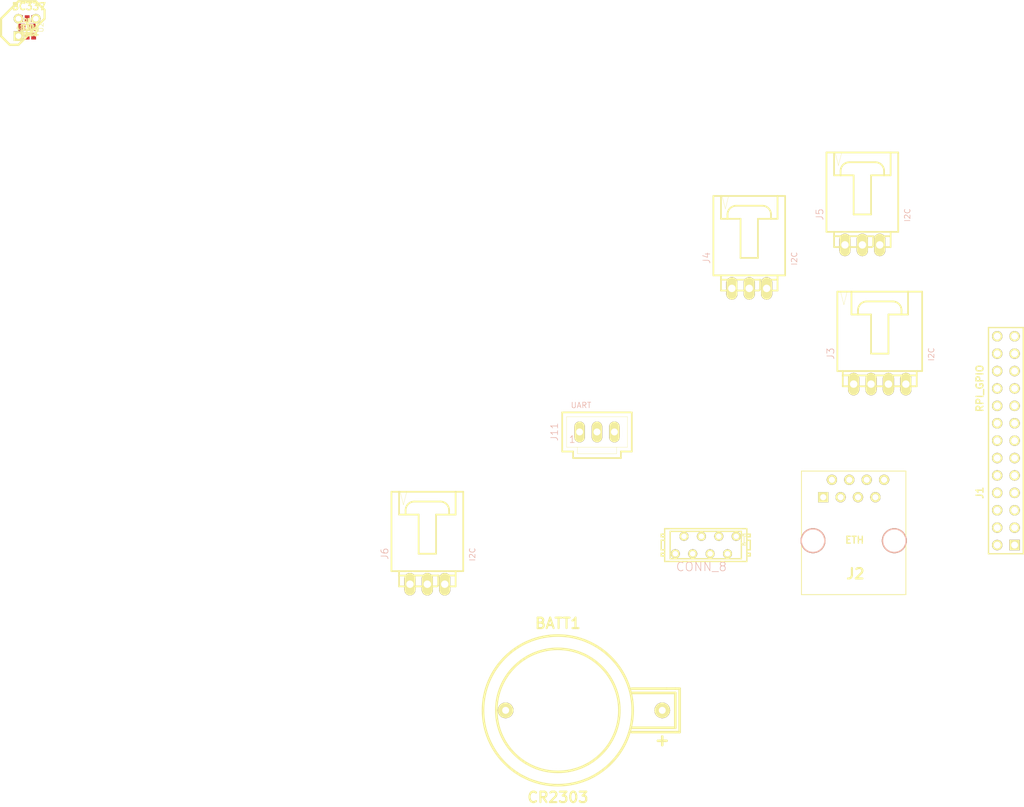
<source format=kicad_pcb>
(kicad_pcb (version 3) (host pcbnew "(2013-may-18)-stable")

  (general
    (links 53)
    (no_connects 48)
    (area 0 0 0 0)
    (thickness 1.6)
    (drawings 0)
    (tracks 0)
    (zones 0)
    (modules 27)
    (nets 30)
  )

  (page A3)
  (layers
    (15 F.Cu signal)
    (0 B.Cu signal)
    (16 B.Adhes user)
    (17 F.Adhes user)
    (18 B.Paste user)
    (19 F.Paste user)
    (20 B.SilkS user)
    (21 F.SilkS user)
    (22 B.Mask user)
    (23 F.Mask user)
    (24 Dwgs.User user)
    (25 Cmts.User user)
    (26 Eco1.User user)
    (27 Eco2.User user)
    (28 Edge.Cuts user)
  )

  (setup
    (last_trace_width 0.254)
    (trace_clearance 0.254)
    (zone_clearance 0.508)
    (zone_45_only no)
    (trace_min 0.254)
    (segment_width 0.2)
    (edge_width 0.1)
    (via_size 0.889)
    (via_drill 0.635)
    (via_min_size 0.889)
    (via_min_drill 0.508)
    (uvia_size 0.508)
    (uvia_drill 0.127)
    (uvias_allowed no)
    (uvia_min_size 0.508)
    (uvia_min_drill 0.127)
    (pcb_text_width 0.3)
    (pcb_text_size 1.5 1.5)
    (mod_edge_width 0.15)
    (mod_text_size 1 1)
    (mod_text_width 0.15)
    (pad_size 1.5 1.5)
    (pad_drill 0.6)
    (pad_to_mask_clearance 0)
    (aux_axis_origin 0 0)
    (visible_elements FFFFF7BF)
    (pcbplotparams
      (layerselection 3178497)
      (usegerberextensions true)
      (excludeedgelayer true)
      (linewidth 0.150000)
      (plotframeref false)
      (viasonmask false)
      (mode 1)
      (useauxorigin false)
      (hpglpennumber 1)
      (hpglpenspeed 20)
      (hpglpendiameter 15)
      (hpglpenoverlay 2)
      (psnegative false)
      (psa4output false)
      (plotreference true)
      (plotvalue true)
      (plotothertext true)
      (plotinvisibletext false)
      (padsonsilk false)
      (subtractmaskfromsilk false)
      (outputformat 1)
      (mirror false)
      (drillshape 1)
      (scaleselection 1)
      (outputdirectory ""))
  )

  (net 0 "")
  (net 1 +12V)
  (net 2 +5C)
  (net 3 +5V)
  (net 4 /RX)
  (net 5 /RX+)
  (net 6 /RX-)
  (net 7 /TX)
  (net 8 /TX+)
  (net 9 /TX-)
  (net 10 AKU-)
  (net 11 N-0000010)
  (net 12 N-0000011)
  (net 13 N-0000012)
  (net 14 N-0000036)
  (net 15 N-000004)
  (net 16 N-0000040)
  (net 17 N-0000041)
  (net 18 N-0000042)
  (net 19 N-0000043)
  (net 20 N-0000044)
  (net 21 N-0000045)
  (net 22 N-0000050)
  (net 23 N-000008)
  (net 24 N-000009)
  (net 25 PoE+)
  (net 26 REL#1)
  (net 27 REL#2)
  (net 28 SCL)
  (net 29 SDA)

  (net_class Default "This is the default net class."
    (clearance 0.254)
    (trace_width 0.254)
    (via_dia 0.889)
    (via_drill 0.635)
    (uvia_dia 0.508)
    (uvia_drill 0.127)
    (add_net "")
    (add_net +12V)
    (add_net +5C)
    (add_net +5V)
    (add_net /RX)
    (add_net /RX+)
    (add_net /RX-)
    (add_net /TX)
    (add_net /TX+)
    (add_net /TX-)
    (add_net AKU-)
    (add_net N-0000010)
    (add_net N-0000011)
    (add_net N-0000012)
    (add_net N-0000036)
    (add_net N-000004)
    (add_net N-0000040)
    (add_net N-0000041)
    (add_net N-0000042)
    (add_net N-0000043)
    (add_net N-0000044)
    (add_net N-0000045)
    (add_net N-0000050)
    (add_net N-000008)
    (add_net N-000009)
    (add_net PoE+)
    (add_net REL#1)
    (add_net REL#2)
    (add_net SCL)
    (add_net SDA)
  )

  (module WZ04R (layer F.Cu) (tedit 200000) (tstamp 5373DD19)
    (at 124.46 44.45)
    (descr "C-GRID SL CONNECTOR")
    (tags "C-GRID SL CONNECTOR")
    (path /5373B53F)
    (attr virtual)
    (fp_text reference J3 (at -7.17296 3.175 90) (layer B.SilkS)
      (effects (font (size 1.016 1.016) (thickness 0.0889)))
    )
    (fp_text value I2C (at 7.5311 3.2766 90) (layer B.SilkS)
      (effects (font (size 0.8128 0.8128) (thickness 0.0889)))
    )
    (fp_line (start -4.1275 7.62) (end -3.4925 7.62) (layer F.SilkS) (width 0.06604))
    (fp_line (start -3.4925 7.62) (end -3.4925 6.35) (layer F.SilkS) (width 0.06604))
    (fp_line (start -4.1275 6.35) (end -3.4925 6.35) (layer F.SilkS) (width 0.06604))
    (fp_line (start -4.1275 7.62) (end -4.1275 6.35) (layer F.SilkS) (width 0.06604))
    (fp_line (start -1.5875 7.62) (end -0.9525 7.62) (layer F.SilkS) (width 0.06604))
    (fp_line (start -0.9525 7.62) (end -0.9525 6.35) (layer F.SilkS) (width 0.06604))
    (fp_line (start -1.5875 6.35) (end -0.9525 6.35) (layer F.SilkS) (width 0.06604))
    (fp_line (start -1.5875 7.62) (end -1.5875 6.35) (layer F.SilkS) (width 0.06604))
    (fp_line (start 0.9525 7.62) (end 1.5875 7.62) (layer F.SilkS) (width 0.06604))
    (fp_line (start 1.5875 7.62) (end 1.5875 6.35) (layer F.SilkS) (width 0.06604))
    (fp_line (start 0.9525 6.35) (end 1.5875 6.35) (layer F.SilkS) (width 0.06604))
    (fp_line (start 0.9525 7.62) (end 0.9525 6.35) (layer F.SilkS) (width 0.06604))
    (fp_line (start 3.4925 7.62) (end 4.1275 7.62) (layer F.SilkS) (width 0.06604))
    (fp_line (start 4.1275 7.62) (end 4.1275 6.35) (layer F.SilkS) (width 0.06604))
    (fp_line (start 3.4925 6.35) (end 4.1275 6.35) (layer F.SilkS) (width 0.06604))
    (fp_line (start 3.4925 7.62) (end 3.4925 6.35) (layer F.SilkS) (width 0.06604))
    (fp_line (start 6.18998 -5.87248) (end 4.1275 -5.87248) (layer F.SilkS) (width 0.254))
    (fp_line (start 4.1275 -5.87248) (end -6.18998 -5.87248) (layer F.SilkS) (width 0.254))
    (fp_line (start -6.18998 -5.87248) (end -6.18998 5.715) (layer F.SilkS) (width 0.254))
    (fp_line (start -6.18998 5.715) (end 6.18998 5.715) (layer F.SilkS) (width 0.254))
    (fp_line (start 6.18998 5.715) (end 6.18998 -5.87248) (layer F.SilkS) (width 0.254))
    (fp_line (start -1.27 -2.54) (end -1.27 3.175) (layer F.SilkS) (width 0.254))
    (fp_line (start -1.27 3.175) (end 1.27 3.175) (layer F.SilkS) (width 0.254))
    (fp_line (start 1.27 3.175) (end 1.27 -2.54) (layer F.SilkS) (width 0.254))
    (fp_line (start -4.1275 -5.87248) (end -4.1275 -2.54) (layer F.SilkS) (width 0.254))
    (fp_line (start -4.1275 -2.54) (end -3.175 -2.54) (layer F.SilkS) (width 0.254))
    (fp_line (start -3.175 -2.54) (end -1.27 -2.54) (layer F.SilkS) (width 0.254))
    (fp_line (start 1.27 -2.54) (end 3.175 -2.54) (layer F.SilkS) (width 0.254))
    (fp_line (start 3.175 -2.54) (end 4.1275 -2.54) (layer F.SilkS) (width 0.254))
    (fp_line (start 4.1275 -2.54) (end 4.1275 -5.87248) (layer F.SilkS) (width 0.254))
    (fp_line (start -3.175 -2.54) (end -3.175 -3.175) (layer F.SilkS) (width 0.254))
    (fp_line (start -1.905 -4.445) (end 1.905 -4.445) (layer F.SilkS) (width 0.254))
    (fp_line (start 3.175 -3.175) (end 3.175 -2.54) (layer F.SilkS) (width 0.254))
    (fp_line (start -5.3975 6.35) (end -3.175 6.35) (layer F.SilkS) (width 0.254))
    (fp_line (start -3.175 6.35) (end -1.905 6.35) (layer F.SilkS) (width 0.254))
    (fp_line (start -3.175 6.35) (end -3.175 7.6835) (layer F.SilkS) (width 0.254))
    (fp_line (start -1.905 6.35) (end -1.905 7.6835) (layer F.SilkS) (width 0.254))
    (fp_line (start -2.159 7.9375) (end -2.921 7.9375) (layer F.SilkS) (width 0.254))
    (fp_line (start -1.905 6.35) (end -0.635 6.35) (layer F.SilkS) (width 0.127))
    (fp_line (start -0.635 6.35) (end 0.635 6.35) (layer F.SilkS) (width 0.254))
    (fp_line (start -0.635 6.35) (end -0.635 7.6835) (layer F.SilkS) (width 0.254))
    (fp_line (start 0.635 6.35) (end 0.635 7.6835) (layer F.SilkS) (width 0.254))
    (fp_line (start 0.381 7.9375) (end -0.381 7.9375) (layer F.SilkS) (width 0.254))
    (fp_line (start 0.635 6.35) (end 1.905 6.35) (layer F.SilkS) (width 0.127))
    (fp_line (start 1.905 6.35) (end 3.175 6.35) (layer F.SilkS) (width 0.254))
    (fp_line (start 1.905 6.35) (end 1.905 7.6835) (layer F.SilkS) (width 0.254))
    (fp_line (start 3.175 6.35) (end 3.175 7.6835) (layer F.SilkS) (width 0.254))
    (fp_line (start 2.921 7.9375) (end 2.159 7.9375) (layer F.SilkS) (width 0.254))
    (fp_line (start 3.175 6.35) (end 4.445 6.35) (layer F.SilkS) (width 0.127))
    (fp_line (start -5.3975 5.715) (end -5.3975 6.35) (layer F.SilkS) (width 0.254))
    (fp_line (start -5.3975 6.35) (end -5.3975 7.9375) (layer F.SilkS) (width 0.254))
    (fp_line (start -4.445 6.35) (end -4.445 7.6835) (layer F.SilkS) (width 0.254))
    (fp_line (start -4.699 7.9375) (end -5.3975 7.9375) (layer F.SilkS) (width 0.254))
    (fp_line (start 4.445 6.35) (end 4.445 7.6835) (layer F.SilkS) (width 0.254))
    (fp_line (start 4.699 7.9375) (end 5.3975 7.9375) (layer F.SilkS) (width 0.254))
    (fp_line (start 5.3975 7.9375) (end 5.3975 6.35) (layer F.SilkS) (width 0.254))
    (fp_line (start 5.3975 6.35) (end 5.3975 5.715) (layer F.SilkS) (width 0.254))
    (fp_line (start 4.445 6.35) (end 5.3975 6.35) (layer F.SilkS) (width 0.254))
    (fp_line (start -5.715 -5.87248) (end -5.23748 -3.96748) (layer F.SilkS) (width 0.0508))
    (fp_line (start -5.23748 -3.96748) (end -4.7625 -5.87248) (layer F.SilkS) (width 0.0508))
    (fp_line (start -4.7625 -5.87248) (end -5.715 -5.87248) (layer F.SilkS) (width 0.0508))
    (fp_arc (start -1.905 -3.175) (end -3.175 -3.175) (angle 90) (layer F.SilkS) (width 0.254))
    (fp_arc (start 1.905 -3.175) (end 1.905 -4.445) (angle 90) (layer F.SilkS) (width 0.254))
    (fp_arc (start -2.921 7.6835) (end -2.921 7.9375) (angle 90) (layer F.SilkS) (width 0.254))
    (fp_arc (start -2.159 7.6835) (end -1.905 7.6835) (angle 90) (layer F.SilkS) (width 0.254))
    (fp_arc (start -0.381 7.6835) (end -0.381 7.9375) (angle 90) (layer F.SilkS) (width 0.254))
    (fp_arc (start 0.381 7.6835) (end 0.635 7.6835) (angle 90) (layer F.SilkS) (width 0.254))
    (fp_arc (start 2.159 7.6835) (end 2.159 7.9375) (angle 90) (layer F.SilkS) (width 0.254))
    (fp_arc (start 2.921 7.6835) (end 3.175 7.6835) (angle 90) (layer F.SilkS) (width 0.254))
    (fp_arc (start -4.699 7.6835) (end -4.445 7.6835) (angle 90) (layer F.SilkS) (width 0.254))
    (fp_arc (start 4.699 7.6835) (end 4.699 7.9375) (angle 90) (layer F.SilkS) (width 0.254))
    (pad 1 thru_hole oval (at -3.81 7.62) (size 1.6383 3.2766) (drill 1.08966)
      (layers *.Cu F.Paste F.SilkS F.Mask)
      (net 29 SDA)
    )
    (pad 2 thru_hole oval (at -1.27 7.62) (size 1.6383 3.2766) (drill 1.08966)
      (layers *.Cu F.Paste F.SilkS F.Mask)
      (net 28 SCL)
    )
    (pad 3 thru_hole oval (at 1.27 7.62) (size 1.6383 3.2766) (drill 1.08966)
      (layers *.Cu F.Paste F.SilkS F.Mask)
      (net 10 AKU-)
    )
    (pad 4 thru_hole oval (at 3.81 7.62) (size 1.6383 3.2766) (drill 1.08966)
      (layers *.Cu F.Paste F.SilkS F.Mask)
      (net 2 +5C)
    )
  )

  (module WZ03S (layer F.Cu) (tedit 200000) (tstamp 5373DD3E)
    (at 83.185 59.055)
    (descr "C-GRID SL CONNECTOR")
    (tags "C-GRID SL CONNECTOR")
    (path /53721CC4)
    (attr virtual)
    (fp_text reference J11 (at -6.223 0 90) (layer B.SilkS)
      (effects (font (size 1.016 1.016) (thickness 0.0889)))
    )
    (fp_text value UART (at -2.3241 -3.8989) (layer B.SilkS)
      (effects (font (size 0.8128 0.8128) (thickness 0.0889)))
    )
    (fp_line (start -0.23622 0.23622) (end 0.23622 0.23622) (layer F.SilkS) (width 0.06604))
    (fp_line (start 0.23622 0.23622) (end 0.23622 -0.23622) (layer F.SilkS) (width 0.06604))
    (fp_line (start -0.23622 -0.23622) (end 0.23622 -0.23622) (layer F.SilkS) (width 0.06604))
    (fp_line (start -0.23622 0.23622) (end -0.23622 -0.23622) (layer F.SilkS) (width 0.06604))
    (fp_line (start -2.77622 0.23622) (end -2.30124 0.23622) (layer F.SilkS) (width 0.06604))
    (fp_line (start -2.30124 0.23622) (end -2.30124 -0.23622) (layer F.SilkS) (width 0.06604))
    (fp_line (start -2.77622 -0.23622) (end -2.30124 -0.23622) (layer F.SilkS) (width 0.06604))
    (fp_line (start -2.77622 0.23622) (end -2.77622 -0.23622) (layer F.SilkS) (width 0.06604))
    (fp_line (start 2.30124 0.23622) (end 2.77622 0.23622) (layer F.SilkS) (width 0.06604))
    (fp_line (start 2.77622 0.23622) (end 2.77622 -0.23622) (layer F.SilkS) (width 0.06604))
    (fp_line (start 2.30124 -0.23622) (end 2.77622 -0.23622) (layer F.SilkS) (width 0.06604))
    (fp_line (start 2.30124 0.23622) (end 2.30124 -0.23622) (layer F.SilkS) (width 0.06604))
    (fp_line (start 5.08 2.8575) (end 5.08 -2.8575) (layer F.SilkS) (width 0.254))
    (fp_line (start 5.08 -2.8575) (end -5.08 -2.8575) (layer F.SilkS) (width 0.254))
    (fp_line (start -5.08 -2.8575) (end -5.08 2.8575) (layer F.SilkS) (width 0.254))
    (fp_line (start -5.08 2.8575) (end -3.4925 2.8575) (layer F.SilkS) (width 0.254))
    (fp_line (start -3.4925 2.8575) (end -3.4925 3.81) (layer F.SilkS) (width 0.254))
    (fp_line (start -3.4925 3.81) (end 3.4925 3.81) (layer F.SilkS) (width 0.254))
    (fp_line (start 3.4925 3.81) (end 3.4925 2.8575) (layer F.SilkS) (width 0.254))
    (fp_line (start 3.4925 2.8575) (end 5.08 2.8575) (layer F.SilkS) (width 0.254))
    (fp_line (start -4.445 -2.2225) (end -4.445 2.2225) (layer F.SilkS) (width 0.0508))
    (fp_line (start 4.445 -2.2225) (end 4.445 2.2225) (layer F.SilkS) (width 0.0508))
    (fp_line (start -4.445 -2.2225) (end 4.445 -2.2225) (layer F.SilkS) (width 0.0508))
    (fp_line (start -4.445 2.2225) (end -2.8575 2.2225) (layer F.SilkS) (width 0.0508))
    (fp_line (start -2.8575 2.2225) (end 2.8575 2.2225) (layer F.SilkS) (width 0.0508))
    (fp_line (start 2.8575 2.2225) (end 4.445 2.2225) (layer F.SilkS) (width 0.0508))
    (fp_line (start 2.8575 3.175) (end -2.8575 3.175) (layer F.SilkS) (width 0.0508))
    (fp_line (start -2.8575 2.2225) (end -2.8575 3.175) (layer F.SilkS) (width 0.0508))
    (fp_line (start 2.8575 2.2225) (end 2.8575 3.175) (layer F.SilkS) (width 0.0508))
    (fp_text user 1 (at -3.61696 1.0795) (layer B.SilkS)
      (effects (font (size 1.016 1.016) (thickness 0.0889)))
    )
    (pad 1 thru_hole oval (at -2.54 0) (size 1.524 3.048) (drill 1.016)
      (layers *.Cu F.Paste F.SilkS F.Mask)
      (net 10 AKU-)
    )
    (pad 2 thru_hole oval (at 0 0) (size 1.524 3.048) (drill 1.016)
      (layers *.Cu F.Paste F.SilkS F.Mask)
      (net 4 /RX)
    )
    (pad 3 thru_hole oval (at 2.54 0) (size 1.524 3.048) (drill 1.016)
      (layers *.Cu F.Paste F.SilkS F.Mask)
      (net 7 /TX)
    )
  )

  (module WZ03R (layer F.Cu) (tedit 200000) (tstamp 5373DD82)
    (at 105.41 30.48)
    (descr "C-GRID SL CONNECTOR")
    (tags "C-GRID SL CONNECTOR")
    (path /5373B4DF)
    (attr virtual)
    (fp_text reference J4 (at -6.223 3.175 90) (layer B.SilkS)
      (effects (font (size 1.016 1.016) (thickness 0.0889)))
    )
    (fp_text value I2C (at 6.5786 3.2766 90) (layer B.SilkS)
      (effects (font (size 0.8128 0.8128) (thickness 0.0889)))
    )
    (fp_line (start -2.8575 7.62) (end -2.2225 7.62) (layer F.SilkS) (width 0.06604))
    (fp_line (start -2.2225 7.62) (end -2.2225 6.35) (layer F.SilkS) (width 0.06604))
    (fp_line (start -2.8575 6.35) (end -2.2225 6.35) (layer F.SilkS) (width 0.06604))
    (fp_line (start -2.8575 7.62) (end -2.8575 6.35) (layer F.SilkS) (width 0.06604))
    (fp_line (start -0.3175 7.62) (end 0.3175 7.62) (layer F.SilkS) (width 0.06604))
    (fp_line (start 0.3175 7.62) (end 0.3175 6.35) (layer F.SilkS) (width 0.06604))
    (fp_line (start -0.3175 6.35) (end 0.3175 6.35) (layer F.SilkS) (width 0.06604))
    (fp_line (start -0.3175 7.62) (end -0.3175 6.35) (layer F.SilkS) (width 0.06604))
    (fp_line (start 2.2225 7.62) (end 2.8575 7.62) (layer F.SilkS) (width 0.06604))
    (fp_line (start 2.8575 7.62) (end 2.8575 6.35) (layer F.SilkS) (width 0.06604))
    (fp_line (start 2.2225 6.35) (end 2.8575 6.35) (layer F.SilkS) (width 0.06604))
    (fp_line (start 2.2225 7.62) (end 2.2225 6.35) (layer F.SilkS) (width 0.06604))
    (fp_line (start 5.23748 -5.87248) (end 4.1275 -5.87248) (layer F.SilkS) (width 0.254))
    (fp_line (start 4.1275 -5.87248) (end -5.23748 -5.87248) (layer F.SilkS) (width 0.254))
    (fp_line (start -5.23748 -5.87248) (end -5.23748 5.715) (layer F.SilkS) (width 0.254))
    (fp_line (start -1.27 -2.54) (end -1.27 3.175) (layer F.SilkS) (width 0.254))
    (fp_line (start -1.27 3.175) (end 1.27 3.175) (layer F.SilkS) (width 0.254))
    (fp_line (start 1.27 3.175) (end 1.27 -2.54) (layer F.SilkS) (width 0.254))
    (fp_line (start -4.1275 -5.87248) (end -4.1275 -2.54) (layer F.SilkS) (width 0.254))
    (fp_line (start -4.1275 -2.54) (end -3.175 -2.54) (layer F.SilkS) (width 0.254))
    (fp_line (start -3.175 -2.54) (end -1.27 -2.54) (layer F.SilkS) (width 0.254))
    (fp_line (start 1.27 -2.54) (end 3.175 -2.54) (layer F.SilkS) (width 0.254))
    (fp_line (start 3.175 -2.54) (end 4.1275 -2.54) (layer F.SilkS) (width 0.254))
    (fp_line (start 4.1275 -2.54) (end 4.1275 -5.87248) (layer F.SilkS) (width 0.254))
    (fp_line (start -3.175 -2.54) (end -3.175 -3.175) (layer F.SilkS) (width 0.254))
    (fp_line (start -1.905 -4.445) (end 1.905 -4.445) (layer F.SilkS) (width 0.254))
    (fp_line (start 3.175 -3.175) (end 3.175 -2.54) (layer F.SilkS) (width 0.254))
    (fp_line (start -5.23748 5.715) (end 5.23748 5.715) (layer F.SilkS) (width 0.254))
    (fp_line (start 5.23748 5.715) (end 5.23748 -5.87248) (layer F.SilkS) (width 0.254))
    (fp_line (start -4.1275 5.715) (end -4.1275 6.35) (layer F.SilkS) (width 0.254))
    (fp_line (start -4.1275 6.35) (end -4.1275 7.9375) (layer F.SilkS) (width 0.254))
    (fp_line (start -4.1275 6.35) (end -3.175 6.35) (layer F.SilkS) (width 0.254))
    (fp_line (start -3.175 6.35) (end -1.905 6.35) (layer F.SilkS) (width 0.127))
    (fp_line (start -1.905 6.35) (end -0.635 6.35) (layer F.SilkS) (width 0.254))
    (fp_line (start -0.635 6.35) (end 0.635 6.35) (layer F.SilkS) (width 0.127))
    (fp_line (start 0.635 6.35) (end 1.5875 6.35) (layer F.SilkS) (width 0.254))
    (fp_line (start -3.175 6.35) (end -3.175 7.6835) (layer F.SilkS) (width 0.254))
    (fp_line (start -3.429 7.9375) (end -4.1275 7.9375) (layer F.SilkS) (width 0.254))
    (fp_line (start -1.905 6.35) (end -1.905 7.6835) (layer F.SilkS) (width 0.254))
    (fp_line (start -0.635 6.35) (end -0.635 7.6835) (layer F.SilkS) (width 0.254))
    (fp_line (start -0.889 7.9375) (end -1.651 7.9375) (layer F.SilkS) (width 0.254))
    (fp_line (start 0.635 6.35) (end 0.635 7.6835) (layer F.SilkS) (width 0.254))
    (fp_line (start 0.889 7.9375) (end 1.3335 7.9375) (layer F.SilkS) (width 0.254))
    (fp_line (start 1.5875 7.6835) (end 1.5875 6.35) (layer F.SilkS) (width 0.254))
    (fp_line (start 4.1275 7.9375) (end 4.1275 6.35) (layer F.SilkS) (width 0.254))
    (fp_line (start 4.1275 6.35) (end 4.1275 5.715) (layer F.SilkS) (width 0.254))
    (fp_line (start 1.5875 6.35) (end 3.175 6.35) (layer F.SilkS) (width 0.127))
    (fp_line (start 3.175 6.35) (end 4.1275 6.35) (layer F.SilkS) (width 0.254))
    (fp_line (start 3.175 6.35) (end 3.175 7.6835) (layer F.SilkS) (width 0.254))
    (fp_line (start 3.429 7.9375) (end 4.1275 7.9375) (layer F.SilkS) (width 0.254))
    (fp_line (start -3.96748 -5.87248) (end -3.48996 -3.96748) (layer F.SilkS) (width 0.0508))
    (fp_line (start -3.48996 -3.96748) (end -3.01498 -5.87248) (layer F.SilkS) (width 0.0508))
    (fp_line (start -3.01498 -5.87248) (end -3.96748 -5.87248) (layer F.SilkS) (width 0.0508))
    (fp_arc (start -1.905 -3.175) (end -3.175 -3.175) (angle 90) (layer F.SilkS) (width 0.254))
    (fp_arc (start 1.905 -3.175) (end 1.905 -4.445) (angle 90) (layer F.SilkS) (width 0.254))
    (fp_arc (start -3.429 7.6835) (end -3.175 7.6835) (angle 90) (layer F.SilkS) (width 0.254))
    (fp_arc (start -1.651 7.6835) (end -1.651 7.9375) (angle 90) (layer F.SilkS) (width 0.254))
    (fp_arc (start -0.889 7.6835) (end -0.635 7.6835) (angle 90) (layer F.SilkS) (width 0.254))
    (fp_arc (start 0.889 7.6835) (end 0.889 7.9375) (angle 90) (layer F.SilkS) (width 0.254))
    (fp_arc (start 1.3335 7.6835) (end 1.5875 7.6835) (angle 90) (layer F.SilkS) (width 0.254))
    (fp_arc (start 3.429 7.6835) (end 3.429 7.9375) (angle 90) (layer F.SilkS) (width 0.254))
    (pad 1 thru_hole oval (at -2.54 7.62) (size 1.6383 3.2766) (drill 1.08966)
      (layers *.Cu F.Paste F.SilkS F.Mask)
      (net 29 SDA)
    )
    (pad 2 thru_hole oval (at 0 7.62) (size 1.6383 3.2766) (drill 1.08966)
      (layers *.Cu F.Paste F.SilkS F.Mask)
      (net 28 SCL)
    )
    (pad 3 thru_hole oval (at 2.54 7.62) (size 1.6383 3.2766) (drill 1.08966)
      (layers *.Cu F.Paste F.SilkS F.Mask)
      (net 10 AKU-)
    )
  )

  (module WZ03R (layer F.Cu) (tedit 200000) (tstamp 5373DDC6)
    (at 121.92 24.13)
    (descr "C-GRID SL CONNECTOR")
    (tags "C-GRID SL CONNECTOR")
    (path /5373B4D9)
    (attr virtual)
    (fp_text reference J5 (at -6.223 3.175 90) (layer B.SilkS)
      (effects (font (size 1.016 1.016) (thickness 0.0889)))
    )
    (fp_text value I2C (at 6.5786 3.2766 90) (layer B.SilkS)
      (effects (font (size 0.8128 0.8128) (thickness 0.0889)))
    )
    (fp_line (start -2.8575 7.62) (end -2.2225 7.62) (layer F.SilkS) (width 0.06604))
    (fp_line (start -2.2225 7.62) (end -2.2225 6.35) (layer F.SilkS) (width 0.06604))
    (fp_line (start -2.8575 6.35) (end -2.2225 6.35) (layer F.SilkS) (width 0.06604))
    (fp_line (start -2.8575 7.62) (end -2.8575 6.35) (layer F.SilkS) (width 0.06604))
    (fp_line (start -0.3175 7.62) (end 0.3175 7.62) (layer F.SilkS) (width 0.06604))
    (fp_line (start 0.3175 7.62) (end 0.3175 6.35) (layer F.SilkS) (width 0.06604))
    (fp_line (start -0.3175 6.35) (end 0.3175 6.35) (layer F.SilkS) (width 0.06604))
    (fp_line (start -0.3175 7.62) (end -0.3175 6.35) (layer F.SilkS) (width 0.06604))
    (fp_line (start 2.2225 7.62) (end 2.8575 7.62) (layer F.SilkS) (width 0.06604))
    (fp_line (start 2.8575 7.62) (end 2.8575 6.35) (layer F.SilkS) (width 0.06604))
    (fp_line (start 2.2225 6.35) (end 2.8575 6.35) (layer F.SilkS) (width 0.06604))
    (fp_line (start 2.2225 7.62) (end 2.2225 6.35) (layer F.SilkS) (width 0.06604))
    (fp_line (start 5.23748 -5.87248) (end 4.1275 -5.87248) (layer F.SilkS) (width 0.254))
    (fp_line (start 4.1275 -5.87248) (end -5.23748 -5.87248) (layer F.SilkS) (width 0.254))
    (fp_line (start -5.23748 -5.87248) (end -5.23748 5.715) (layer F.SilkS) (width 0.254))
    (fp_line (start -1.27 -2.54) (end -1.27 3.175) (layer F.SilkS) (width 0.254))
    (fp_line (start -1.27 3.175) (end 1.27 3.175) (layer F.SilkS) (width 0.254))
    (fp_line (start 1.27 3.175) (end 1.27 -2.54) (layer F.SilkS) (width 0.254))
    (fp_line (start -4.1275 -5.87248) (end -4.1275 -2.54) (layer F.SilkS) (width 0.254))
    (fp_line (start -4.1275 -2.54) (end -3.175 -2.54) (layer F.SilkS) (width 0.254))
    (fp_line (start -3.175 -2.54) (end -1.27 -2.54) (layer F.SilkS) (width 0.254))
    (fp_line (start 1.27 -2.54) (end 3.175 -2.54) (layer F.SilkS) (width 0.254))
    (fp_line (start 3.175 -2.54) (end 4.1275 -2.54) (layer F.SilkS) (width 0.254))
    (fp_line (start 4.1275 -2.54) (end 4.1275 -5.87248) (layer F.SilkS) (width 0.254))
    (fp_line (start -3.175 -2.54) (end -3.175 -3.175) (layer F.SilkS) (width 0.254))
    (fp_line (start -1.905 -4.445) (end 1.905 -4.445) (layer F.SilkS) (width 0.254))
    (fp_line (start 3.175 -3.175) (end 3.175 -2.54) (layer F.SilkS) (width 0.254))
    (fp_line (start -5.23748 5.715) (end 5.23748 5.715) (layer F.SilkS) (width 0.254))
    (fp_line (start 5.23748 5.715) (end 5.23748 -5.87248) (layer F.SilkS) (width 0.254))
    (fp_line (start -4.1275 5.715) (end -4.1275 6.35) (layer F.SilkS) (width 0.254))
    (fp_line (start -4.1275 6.35) (end -4.1275 7.9375) (layer F.SilkS) (width 0.254))
    (fp_line (start -4.1275 6.35) (end -3.175 6.35) (layer F.SilkS) (width 0.254))
    (fp_line (start -3.175 6.35) (end -1.905 6.35) (layer F.SilkS) (width 0.127))
    (fp_line (start -1.905 6.35) (end -0.635 6.35) (layer F.SilkS) (width 0.254))
    (fp_line (start -0.635 6.35) (end 0.635 6.35) (layer F.SilkS) (width 0.127))
    (fp_line (start 0.635 6.35) (end 1.5875 6.35) (layer F.SilkS) (width 0.254))
    (fp_line (start -3.175 6.35) (end -3.175 7.6835) (layer F.SilkS) (width 0.254))
    (fp_line (start -3.429 7.9375) (end -4.1275 7.9375) (layer F.SilkS) (width 0.254))
    (fp_line (start -1.905 6.35) (end -1.905 7.6835) (layer F.SilkS) (width 0.254))
    (fp_line (start -0.635 6.35) (end -0.635 7.6835) (layer F.SilkS) (width 0.254))
    (fp_line (start -0.889 7.9375) (end -1.651 7.9375) (layer F.SilkS) (width 0.254))
    (fp_line (start 0.635 6.35) (end 0.635 7.6835) (layer F.SilkS) (width 0.254))
    (fp_line (start 0.889 7.9375) (end 1.3335 7.9375) (layer F.SilkS) (width 0.254))
    (fp_line (start 1.5875 7.6835) (end 1.5875 6.35) (layer F.SilkS) (width 0.254))
    (fp_line (start 4.1275 7.9375) (end 4.1275 6.35) (layer F.SilkS) (width 0.254))
    (fp_line (start 4.1275 6.35) (end 4.1275 5.715) (layer F.SilkS) (width 0.254))
    (fp_line (start 1.5875 6.35) (end 3.175 6.35) (layer F.SilkS) (width 0.127))
    (fp_line (start 3.175 6.35) (end 4.1275 6.35) (layer F.SilkS) (width 0.254))
    (fp_line (start 3.175 6.35) (end 3.175 7.6835) (layer F.SilkS) (width 0.254))
    (fp_line (start 3.429 7.9375) (end 4.1275 7.9375) (layer F.SilkS) (width 0.254))
    (fp_line (start -3.96748 -5.87248) (end -3.48996 -3.96748) (layer F.SilkS) (width 0.0508))
    (fp_line (start -3.48996 -3.96748) (end -3.01498 -5.87248) (layer F.SilkS) (width 0.0508))
    (fp_line (start -3.01498 -5.87248) (end -3.96748 -5.87248) (layer F.SilkS) (width 0.0508))
    (fp_arc (start -1.905 -3.175) (end -3.175 -3.175) (angle 90) (layer F.SilkS) (width 0.254))
    (fp_arc (start 1.905 -3.175) (end 1.905 -4.445) (angle 90) (layer F.SilkS) (width 0.254))
    (fp_arc (start -3.429 7.6835) (end -3.175 7.6835) (angle 90) (layer F.SilkS) (width 0.254))
    (fp_arc (start -1.651 7.6835) (end -1.651 7.9375) (angle 90) (layer F.SilkS) (width 0.254))
    (fp_arc (start -0.889 7.6835) (end -0.635 7.6835) (angle 90) (layer F.SilkS) (width 0.254))
    (fp_arc (start 0.889 7.6835) (end 0.889 7.9375) (angle 90) (layer F.SilkS) (width 0.254))
    (fp_arc (start 1.3335 7.6835) (end 1.5875 7.6835) (angle 90) (layer F.SilkS) (width 0.254))
    (fp_arc (start 3.429 7.6835) (end 3.429 7.9375) (angle 90) (layer F.SilkS) (width 0.254))
    (pad 1 thru_hole oval (at -2.54 7.62) (size 1.6383 3.2766) (drill 1.08966)
      (layers *.Cu F.Paste F.SilkS F.Mask)
      (net 29 SDA)
    )
    (pad 2 thru_hole oval (at 0 7.62) (size 1.6383 3.2766) (drill 1.08966)
      (layers *.Cu F.Paste F.SilkS F.Mask)
      (net 28 SCL)
    )
    (pad 3 thru_hole oval (at 2.54 7.62) (size 1.6383 3.2766) (drill 1.08966)
      (layers *.Cu F.Paste F.SilkS F.Mask)
      (net 10 AKU-)
    )
  )

  (module WZ03R (layer F.Cu) (tedit 200000) (tstamp 5373DE0A)
    (at 58.42 73.66)
    (descr "C-GRID SL CONNECTOR")
    (tags "C-GRID SL CONNECTOR")
    (path /5373B48C)
    (attr virtual)
    (fp_text reference J6 (at -6.223 3.175 90) (layer B.SilkS)
      (effects (font (size 1.016 1.016) (thickness 0.0889)))
    )
    (fp_text value I2C (at 6.5786 3.2766 90) (layer B.SilkS)
      (effects (font (size 0.8128 0.8128) (thickness 0.0889)))
    )
    (fp_line (start -2.8575 7.62) (end -2.2225 7.62) (layer F.SilkS) (width 0.06604))
    (fp_line (start -2.2225 7.62) (end -2.2225 6.35) (layer F.SilkS) (width 0.06604))
    (fp_line (start -2.8575 6.35) (end -2.2225 6.35) (layer F.SilkS) (width 0.06604))
    (fp_line (start -2.8575 7.62) (end -2.8575 6.35) (layer F.SilkS) (width 0.06604))
    (fp_line (start -0.3175 7.62) (end 0.3175 7.62) (layer F.SilkS) (width 0.06604))
    (fp_line (start 0.3175 7.62) (end 0.3175 6.35) (layer F.SilkS) (width 0.06604))
    (fp_line (start -0.3175 6.35) (end 0.3175 6.35) (layer F.SilkS) (width 0.06604))
    (fp_line (start -0.3175 7.62) (end -0.3175 6.35) (layer F.SilkS) (width 0.06604))
    (fp_line (start 2.2225 7.62) (end 2.8575 7.62) (layer F.SilkS) (width 0.06604))
    (fp_line (start 2.8575 7.62) (end 2.8575 6.35) (layer F.SilkS) (width 0.06604))
    (fp_line (start 2.2225 6.35) (end 2.8575 6.35) (layer F.SilkS) (width 0.06604))
    (fp_line (start 2.2225 7.62) (end 2.2225 6.35) (layer F.SilkS) (width 0.06604))
    (fp_line (start 5.23748 -5.87248) (end 4.1275 -5.87248) (layer F.SilkS) (width 0.254))
    (fp_line (start 4.1275 -5.87248) (end -5.23748 -5.87248) (layer F.SilkS) (width 0.254))
    (fp_line (start -5.23748 -5.87248) (end -5.23748 5.715) (layer F.SilkS) (width 0.254))
    (fp_line (start -1.27 -2.54) (end -1.27 3.175) (layer F.SilkS) (width 0.254))
    (fp_line (start -1.27 3.175) (end 1.27 3.175) (layer F.SilkS) (width 0.254))
    (fp_line (start 1.27 3.175) (end 1.27 -2.54) (layer F.SilkS) (width 0.254))
    (fp_line (start -4.1275 -5.87248) (end -4.1275 -2.54) (layer F.SilkS) (width 0.254))
    (fp_line (start -4.1275 -2.54) (end -3.175 -2.54) (layer F.SilkS) (width 0.254))
    (fp_line (start -3.175 -2.54) (end -1.27 -2.54) (layer F.SilkS) (width 0.254))
    (fp_line (start 1.27 -2.54) (end 3.175 -2.54) (layer F.SilkS) (width 0.254))
    (fp_line (start 3.175 -2.54) (end 4.1275 -2.54) (layer F.SilkS) (width 0.254))
    (fp_line (start 4.1275 -2.54) (end 4.1275 -5.87248) (layer F.SilkS) (width 0.254))
    (fp_line (start -3.175 -2.54) (end -3.175 -3.175) (layer F.SilkS) (width 0.254))
    (fp_line (start -1.905 -4.445) (end 1.905 -4.445) (layer F.SilkS) (width 0.254))
    (fp_line (start 3.175 -3.175) (end 3.175 -2.54) (layer F.SilkS) (width 0.254))
    (fp_line (start -5.23748 5.715) (end 5.23748 5.715) (layer F.SilkS) (width 0.254))
    (fp_line (start 5.23748 5.715) (end 5.23748 -5.87248) (layer F.SilkS) (width 0.254))
    (fp_line (start -4.1275 5.715) (end -4.1275 6.35) (layer F.SilkS) (width 0.254))
    (fp_line (start -4.1275 6.35) (end -4.1275 7.9375) (layer F.SilkS) (width 0.254))
    (fp_line (start -4.1275 6.35) (end -3.175 6.35) (layer F.SilkS) (width 0.254))
    (fp_line (start -3.175 6.35) (end -1.905 6.35) (layer F.SilkS) (width 0.127))
    (fp_line (start -1.905 6.35) (end -0.635 6.35) (layer F.SilkS) (width 0.254))
    (fp_line (start -0.635 6.35) (end 0.635 6.35) (layer F.SilkS) (width 0.127))
    (fp_line (start 0.635 6.35) (end 1.5875 6.35) (layer F.SilkS) (width 0.254))
    (fp_line (start -3.175 6.35) (end -3.175 7.6835) (layer F.SilkS) (width 0.254))
    (fp_line (start -3.429 7.9375) (end -4.1275 7.9375) (layer F.SilkS) (width 0.254))
    (fp_line (start -1.905 6.35) (end -1.905 7.6835) (layer F.SilkS) (width 0.254))
    (fp_line (start -0.635 6.35) (end -0.635 7.6835) (layer F.SilkS) (width 0.254))
    (fp_line (start -0.889 7.9375) (end -1.651 7.9375) (layer F.SilkS) (width 0.254))
    (fp_line (start 0.635 6.35) (end 0.635 7.6835) (layer F.SilkS) (width 0.254))
    (fp_line (start 0.889 7.9375) (end 1.3335 7.9375) (layer F.SilkS) (width 0.254))
    (fp_line (start 1.5875 7.6835) (end 1.5875 6.35) (layer F.SilkS) (width 0.254))
    (fp_line (start 4.1275 7.9375) (end 4.1275 6.35) (layer F.SilkS) (width 0.254))
    (fp_line (start 4.1275 6.35) (end 4.1275 5.715) (layer F.SilkS) (width 0.254))
    (fp_line (start 1.5875 6.35) (end 3.175 6.35) (layer F.SilkS) (width 0.127))
    (fp_line (start 3.175 6.35) (end 4.1275 6.35) (layer F.SilkS) (width 0.254))
    (fp_line (start 3.175 6.35) (end 3.175 7.6835) (layer F.SilkS) (width 0.254))
    (fp_line (start 3.429 7.9375) (end 4.1275 7.9375) (layer F.SilkS) (width 0.254))
    (fp_line (start -3.96748 -5.87248) (end -3.48996 -3.96748) (layer F.SilkS) (width 0.0508))
    (fp_line (start -3.48996 -3.96748) (end -3.01498 -5.87248) (layer F.SilkS) (width 0.0508))
    (fp_line (start -3.01498 -5.87248) (end -3.96748 -5.87248) (layer F.SilkS) (width 0.0508))
    (fp_arc (start -1.905 -3.175) (end -3.175 -3.175) (angle 90) (layer F.SilkS) (width 0.254))
    (fp_arc (start 1.905 -3.175) (end 1.905 -4.445) (angle 90) (layer F.SilkS) (width 0.254))
    (fp_arc (start -3.429 7.6835) (end -3.175 7.6835) (angle 90) (layer F.SilkS) (width 0.254))
    (fp_arc (start -1.651 7.6835) (end -1.651 7.9375) (angle 90) (layer F.SilkS) (width 0.254))
    (fp_arc (start -0.889 7.6835) (end -0.635 7.6835) (angle 90) (layer F.SilkS) (width 0.254))
    (fp_arc (start 0.889 7.6835) (end 0.889 7.9375) (angle 90) (layer F.SilkS) (width 0.254))
    (fp_arc (start 1.3335 7.6835) (end 1.5875 7.6835) (angle 90) (layer F.SilkS) (width 0.254))
    (fp_arc (start 3.429 7.6835) (end 3.429 7.9375) (angle 90) (layer F.SilkS) (width 0.254))
    (pad 1 thru_hole oval (at -2.54 7.62) (size 1.6383 3.2766) (drill 1.08966)
      (layers *.Cu F.Paste F.SilkS F.Mask)
      (net 29 SDA)
    )
    (pad 2 thru_hole oval (at 0 7.62) (size 1.6383 3.2766) (drill 1.08966)
      (layers *.Cu F.Paste F.SilkS F.Mask)
      (net 28 SCL)
    )
    (pad 3 thru_hole oval (at 2.54 7.62) (size 1.6383 3.2766) (drill 1.08966)
      (layers *.Cu F.Paste F.SilkS F.Mask)
      (net 10 AKU-)
    )
  )

  (module TO92-CBE (layer F.Cu) (tedit 4718C200) (tstamp 5373DE19)
    (at 0 0)
    (descr "Transistor TO92 brochage type BC237")
    (tags "TR TO92")
    (path /5372325B)
    (fp_text reference Q2 (at 0.762 0.635) (layer F.SilkS)
      (effects (font (size 1.016 1.016) (thickness 0.2032)))
    )
    (fp_text value BC337 (at 0.254 -3.048) (layer F.SilkS)
      (effects (font (size 1.016 1.016) (thickness 0.2032)))
    )
    (fp_line (start -1.27 2.54) (end 2.54 -1.27) (layer F.SilkS) (width 0.3048))
    (fp_line (start 2.54 -1.27) (end 2.54 -2.54) (layer F.SilkS) (width 0.3048))
    (fp_line (start 2.54 -2.54) (end 1.27 -3.81) (layer F.SilkS) (width 0.3048))
    (fp_line (start 1.27 -3.81) (end -1.27 -3.81) (layer F.SilkS) (width 0.3048))
    (fp_line (start -1.27 -3.81) (end -3.81 -1.27) (layer F.SilkS) (width 0.3048))
    (fp_line (start -3.81 -1.27) (end -3.81 1.27) (layer F.SilkS) (width 0.3048))
    (fp_line (start -3.81 1.27) (end -2.54 2.54) (layer F.SilkS) (width 0.3048))
    (fp_line (start -2.54 2.54) (end -1.27 2.54) (layer F.SilkS) (width 0.3048))
    (pad E thru_hole rect (at -1.27 1.27) (size 1.397 1.397) (drill 0.8128)
      (layers *.Cu *.Mask F.SilkS)
    )
    (pad B thru_hole circle (at -1.27 -1.27) (size 1.397 1.397) (drill 0.8128)
      (layers *.Cu *.Mask F.SilkS)
    )
    (pad C thru_hole circle (at 1.27 -1.27) (size 1.397 1.397) (drill 0.8128)
      (layers *.Cu *.Mask F.SilkS)
    )
    (model discret/to98.wrl
      (at (xyz 0 0 0))
      (scale (xyz 1 1 1))
      (rotate (xyz 0 0 0))
    )
  )

  (module TO92-CBE (layer F.Cu) (tedit 4718C200) (tstamp 5373DE28)
    (at 0 0)
    (descr "Transistor TO92 brochage type BC237")
    (tags "TR TO92")
    (path /53723242)
    (fp_text reference Q1 (at 0.762 0.635) (layer F.SilkS)
      (effects (font (size 1.016 1.016) (thickness 0.2032)))
    )
    (fp_text value BC337 (at 0.254 -3.048) (layer F.SilkS)
      (effects (font (size 1.016 1.016) (thickness 0.2032)))
    )
    (fp_line (start -1.27 2.54) (end 2.54 -1.27) (layer F.SilkS) (width 0.3048))
    (fp_line (start 2.54 -1.27) (end 2.54 -2.54) (layer F.SilkS) (width 0.3048))
    (fp_line (start 2.54 -2.54) (end 1.27 -3.81) (layer F.SilkS) (width 0.3048))
    (fp_line (start 1.27 -3.81) (end -1.27 -3.81) (layer F.SilkS) (width 0.3048))
    (fp_line (start -1.27 -3.81) (end -3.81 -1.27) (layer F.SilkS) (width 0.3048))
    (fp_line (start -3.81 -1.27) (end -3.81 1.27) (layer F.SilkS) (width 0.3048))
    (fp_line (start -3.81 1.27) (end -2.54 2.54) (layer F.SilkS) (width 0.3048))
    (fp_line (start -2.54 2.54) (end -1.27 2.54) (layer F.SilkS) (width 0.3048))
    (pad E thru_hole rect (at -1.27 1.27) (size 1.397 1.397) (drill 0.8128)
      (layers *.Cu *.Mask F.SilkS)
    )
    (pad B thru_hole circle (at -1.27 -1.27) (size 1.397 1.397) (drill 0.8128)
      (layers *.Cu *.Mask F.SilkS)
    )
    (pad C thru_hole circle (at 1.27 -1.27) (size 1.397 1.397) (drill 0.8128)
      (layers *.Cu *.Mask F.SilkS)
    )
    (model discret/to98.wrl
      (at (xyz 0 0 0))
      (scale (xyz 1 1 1))
      (rotate (xyz 0 0 0))
    )
  )

  (module SOT23_6 (layer F.Cu) (tedit 4ECF791C) (tstamp 5373DE37)
    (at 0 0)
    (path /53731381)
    (fp_text reference U2 (at 1.99898 0 90) (layer F.SilkS)
      (effects (font (size 0.762 0.762) (thickness 0.0762)))
    )
    (fp_text value ADS1110 (at 0.0635 0) (layer F.SilkS)
      (effects (font (size 0.50038 0.50038) (thickness 0.0762)))
    )
    (fp_line (start -0.508 0.762) (end -1.27 0.254) (layer F.SilkS) (width 0.127))
    (fp_line (start 1.27 0.762) (end -1.3335 0.762) (layer F.SilkS) (width 0.127))
    (fp_line (start -1.3335 0.762) (end -1.3335 -0.762) (layer F.SilkS) (width 0.127))
    (fp_line (start -1.3335 -0.762) (end 1.27 -0.762) (layer F.SilkS) (width 0.127))
    (fp_line (start 1.27 -0.762) (end 1.27 0.762) (layer F.SilkS) (width 0.127))
    (pad 6 smd rect (at -0.9525 -1.27) (size 0.70104 1.00076)
      (layers F.Cu F.Paste F.Mask)
      (net 10 AKU-)
    )
    (pad 5 smd rect (at 0 -1.27) (size 0.70104 1.00076)
      (layers F.Cu F.Paste F.Mask)
      (net 3 +5V)
    )
    (pad 4 smd rect (at 0.9525 -1.27) (size 0.70104 1.00076)
      (layers F.Cu F.Paste F.Mask)
      (net 29 SDA)
    )
    (pad 3 smd rect (at 0.9525 1.27) (size 0.70104 1.00076)
      (layers F.Cu F.Paste F.Mask)
      (net 28 SCL)
    )
    (pad 2 smd rect (at 0 1.27) (size 0.70104 1.00076)
      (layers F.Cu F.Paste F.Mask)
      (net 10 AKU-)
    )
    (pad 1 smd rect (at -0.9525 1.27) (size 0.70104 1.00076)
      (layers F.Cu F.Paste F.Mask)
      (net 13 N-0000012)
    )
    (model smd/SOT23_6.wrl
      (at (xyz 0 0 0))
      (scale (xyz 0.11 0.11 0.11))
      (rotate (xyz 0 0 0))
    )
  )

  (module RJ45_8 (layer F.Cu) (tedit 4745DA96) (tstamp 5373DE49)
    (at 120.65 74.93)
    (tags RJ45)
    (path /537218EC)
    (fp_text reference J2 (at 0.254 4.826) (layer F.SilkS)
      (effects (font (size 1.524 1.524) (thickness 0.3048)))
    )
    (fp_text value ETH (at 0.14224 -0.1016) (layer F.SilkS)
      (effects (font (size 1.00076 1.00076) (thickness 0.2032)))
    )
    (fp_line (start -7.62 7.874) (end 7.62 7.874) (layer F.SilkS) (width 0.127))
    (fp_line (start 7.62 7.874) (end 7.62 -10.16) (layer F.SilkS) (width 0.127))
    (fp_line (start 7.62 -10.16) (end -7.62 -10.16) (layer F.SilkS) (width 0.127))
    (fp_line (start -7.62 -10.16) (end -7.62 7.874) (layer F.SilkS) (width 0.127))
    (pad Hole np_thru_hole circle (at 5.93852 0) (size 3.64998 3.64998) (drill 3.2512)
      (layers *.Cu *.SilkS *.Mask)
    )
    (pad Hole np_thru_hole circle (at -5.9309 0) (size 3.64998 3.64998) (drill 3.2512)
      (layers *.Cu *.SilkS *.Mask)
    )
    (pad 1 thru_hole rect (at -4.445 -6.35) (size 1.50114 1.50114) (drill 0.89916)
      (layers *.Cu *.Mask F.SilkS)
      (net 8 /TX+)
    )
    (pad 2 thru_hole circle (at -3.175 -8.89) (size 1.50114 1.50114) (drill 0.89916)
      (layers *.Cu *.Mask F.SilkS)
      (net 9 /TX-)
    )
    (pad 3 thru_hole circle (at -1.905 -6.35) (size 1.50114 1.50114) (drill 0.89916)
      (layers *.Cu *.Mask F.SilkS)
      (net 5 /RX+)
    )
    (pad 4 thru_hole circle (at -0.635 -8.89) (size 1.50114 1.50114) (drill 0.89916)
      (layers *.Cu *.Mask F.SilkS)
      (net 25 PoE+)
    )
    (pad 5 thru_hole circle (at 0.635 -6.35) (size 1.50114 1.50114) (drill 0.89916)
      (layers *.Cu *.Mask F.SilkS)
      (net 25 PoE+)
    )
    (pad 6 thru_hole circle (at 1.905 -8.89) (size 1.50114 1.50114) (drill 0.89916)
      (layers *.Cu *.Mask F.SilkS)
      (net 6 /RX-)
    )
    (pad 7 thru_hole circle (at 3.175 -6.35) (size 1.50114 1.50114) (drill 0.89916)
      (layers *.Cu *.Mask F.SilkS)
      (net 10 AKU-)
    )
    (pad 8 thru_hole circle (at 4.445 -8.89) (size 1.50114 1.50114) (drill 0.89916)
      (layers *.Cu *.Mask F.SilkS)
      (net 10 AKU-)
    )
    (model connectors/RJ45_8.wrl
      (at (xyz 0 0 0))
      (scale (xyz 0.4 0.4 0.4))
      (rotate (xyz 0 0 0))
    )
  )

  (module pin_array_13x2 (layer F.Cu) (tedit 5031D825) (tstamp 5373DE6B)
    (at 142.875 60.325 90)
    (descr "2 x 13 pins connector")
    (tags CONN)
    (path /537217B1)
    (fp_text reference J1 (at -7.62 -3.81 90) (layer F.SilkS)
      (effects (font (size 1.016 1.016) (thickness 0.2032)))
    )
    (fp_text value RPI_GPIO (at 7.62 -3.81 90) (layer F.SilkS)
      (effects (font (size 1.016 1.016) (thickness 0.2032)))
    )
    (fp_line (start -16.51 2.54) (end 16.51 2.54) (layer F.SilkS) (width 0.2032))
    (fp_line (start 16.51 -2.54) (end -16.51 -2.54) (layer F.SilkS) (width 0.2032))
    (fp_line (start -16.51 -2.54) (end -16.51 2.54) (layer F.SilkS) (width 0.2032))
    (fp_line (start 16.51 2.54) (end 16.51 -2.54) (layer F.SilkS) (width 0.2032))
    (pad 1 thru_hole rect (at -15.24 1.27 90) (size 1.524 1.524) (drill 1.016)
      (layers *.Cu *.Mask F.SilkS)
      (net 16 N-0000040)
    )
    (pad 2 thru_hole circle (at -15.24 -1.27 90) (size 1.524 1.524) (drill 1.016)
      (layers *.Cu *.Mask F.SilkS)
      (net 3 +5V)
    )
    (pad 3 thru_hole circle (at -12.7 1.27 90) (size 1.524 1.524) (drill 1.016)
      (layers *.Cu *.Mask F.SilkS)
      (net 29 SDA)
    )
    (pad 4 thru_hole circle (at -12.7 -1.27 90) (size 1.524 1.524) (drill 1.016)
      (layers *.Cu *.Mask F.SilkS)
      (net 3 +5V)
    )
    (pad 5 thru_hole circle (at -10.16 1.27 90) (size 1.524 1.524) (drill 1.016)
      (layers *.Cu *.Mask F.SilkS)
      (net 28 SCL)
    )
    (pad 6 thru_hole circle (at -10.16 -1.27 90) (size 1.524 1.524) (drill 1.016)
      (layers *.Cu *.Mask F.SilkS)
      (net 10 AKU-)
    )
    (pad 7 thru_hole circle (at -7.62 1.27 90) (size 1.524 1.524) (drill 1.016)
      (layers *.Cu *.Mask F.SilkS)
    )
    (pad 8 thru_hole circle (at -7.62 -1.27 90) (size 1.524 1.524) (drill 1.016)
      (layers *.Cu *.Mask F.SilkS)
      (net 7 /TX)
    )
    (pad 9 thru_hole circle (at -5.08 1.27 90) (size 1.524 1.524) (drill 1.016)
      (layers *.Cu *.Mask F.SilkS)
      (net 10 AKU-)
    )
    (pad 10 thru_hole circle (at -5.08 -1.27 90) (size 1.524 1.524) (drill 1.016)
      (layers *.Cu *.Mask F.SilkS)
      (net 4 /RX)
    )
    (pad 11 thru_hole circle (at -2.54 1.27 90) (size 1.524 1.524) (drill 1.016)
      (layers *.Cu *.Mask F.SilkS)
      (net 26 REL#1)
    )
    (pad 12 thru_hole circle (at -2.54 -1.27 90) (size 1.524 1.524) (drill 1.016)
      (layers *.Cu *.Mask F.SilkS)
    )
    (pad 13 thru_hole circle (at 0 1.27 90) (size 1.524 1.524) (drill 1.016)
      (layers *.Cu *.Mask F.SilkS)
      (net 27 REL#2)
    )
    (pad 14 thru_hole circle (at 0 -1.27 90) (size 1.524 1.524) (drill 1.016)
      (layers *.Cu *.Mask F.SilkS)
      (net 10 AKU-)
    )
    (pad 15 thru_hole circle (at 2.54 1.27 90) (size 1.524 1.524) (drill 1.016)
      (layers *.Cu *.Mask F.SilkS)
    )
    (pad 16 thru_hole circle (at 2.54 -1.27 90) (size 1.524 1.524) (drill 1.016)
      (layers *.Cu *.Mask F.SilkS)
      (net 20 N-0000044)
    )
    (pad 17 thru_hole circle (at 5.08 1.27 90) (size 1.524 1.524) (drill 1.016)
      (layers *.Cu *.Mask F.SilkS)
    )
    (pad 18 thru_hole circle (at 5.08 -1.27 90) (size 1.524 1.524) (drill 1.016)
      (layers *.Cu *.Mask F.SilkS)
      (net 14 N-0000036)
    )
    (pad 19 thru_hole circle (at 7.62 1.27 90) (size 1.524 1.524) (drill 1.016)
      (layers *.Cu *.Mask F.SilkS)
    )
    (pad 20 thru_hole circle (at 7.62 -1.27 90) (size 1.524 1.524) (drill 1.016)
      (layers *.Cu *.Mask F.SilkS)
      (net 10 AKU-)
    )
    (pad 21 thru_hole circle (at 10.16 1.27 90) (size 1.524 1.524) (drill 1.016)
      (layers *.Cu *.Mask F.SilkS)
    )
    (pad 22 thru_hole circle (at 10.16 -1.27 90) (size 1.524 1.524) (drill 1.016)
      (layers *.Cu *.Mask F.SilkS)
      (net 18 N-0000042)
    )
    (pad 23 thru_hole circle (at 12.7 1.27 90) (size 1.524 1.524) (drill 1.016)
      (layers *.Cu *.Mask F.SilkS)
    )
    (pad 24 thru_hole circle (at 12.7 -1.27 90) (size 1.524 1.524) (drill 1.016)
      (layers *.Cu *.Mask F.SilkS)
    )
    (pad 25 thru_hole circle (at 15.24 1.27 90) (size 1.524 1.524) (drill 1.016)
      (layers *.Cu *.Mask F.SilkS)
      (net 10 AKU-)
    )
    (pad 26 thru_hole circle (at 15.24 -1.27 90) (size 1.524 1.524) (drill 1.016)
      (layers *.Cu *.Mask F.SilkS)
    )
    (model pin_array/pins_array_13x2.wrl
      (at (xyz 0 0 0))
      (scale (xyz 1 1 1))
      (rotate (xyz 0 0 0))
    )
  )

  (module LED-0603 (layer F.Cu) (tedit 4E16AFB4) (tstamp 5373DE87)
    (at 0 0)
    (descr "LED 0603 smd package")
    (tags "LED led 0603 SMD smd SMT smt smdled SMDLED smtled SMTLED")
    (path /537237E6)
    (attr smd)
    (fp_text reference D5 (at 0 -1.016) (layer F.SilkS)
      (effects (font (size 0.508 0.508) (thickness 0.127)))
    )
    (fp_text value 1N4148 (at 0 1.016) (layer F.SilkS)
      (effects (font (size 0.508 0.508) (thickness 0.127)))
    )
    (fp_line (start 0.44958 -0.44958) (end 0.44958 0.44958) (layer F.SilkS) (width 0.06604))
    (fp_line (start 0.44958 0.44958) (end 0.84836 0.44958) (layer F.SilkS) (width 0.06604))
    (fp_line (start 0.84836 -0.44958) (end 0.84836 0.44958) (layer F.SilkS) (width 0.06604))
    (fp_line (start 0.44958 -0.44958) (end 0.84836 -0.44958) (layer F.SilkS) (width 0.06604))
    (fp_line (start -0.84836 -0.44958) (end -0.84836 0.44958) (layer F.SilkS) (width 0.06604))
    (fp_line (start -0.84836 0.44958) (end -0.44958 0.44958) (layer F.SilkS) (width 0.06604))
    (fp_line (start -0.44958 -0.44958) (end -0.44958 0.44958) (layer F.SilkS) (width 0.06604))
    (fp_line (start -0.84836 -0.44958) (end -0.44958 -0.44958) (layer F.SilkS) (width 0.06604))
    (fp_line (start 0 -0.44958) (end 0 -0.29972) (layer F.SilkS) (width 0.06604))
    (fp_line (start 0 -0.29972) (end 0.29972 -0.29972) (layer F.SilkS) (width 0.06604))
    (fp_line (start 0.29972 -0.44958) (end 0.29972 -0.29972) (layer F.SilkS) (width 0.06604))
    (fp_line (start 0 -0.44958) (end 0.29972 -0.44958) (layer F.SilkS) (width 0.06604))
    (fp_line (start 0 0.29972) (end 0 0.44958) (layer F.SilkS) (width 0.06604))
    (fp_line (start 0 0.44958) (end 0.29972 0.44958) (layer F.SilkS) (width 0.06604))
    (fp_line (start 0.29972 0.29972) (end 0.29972 0.44958) (layer F.SilkS) (width 0.06604))
    (fp_line (start 0 0.29972) (end 0.29972 0.29972) (layer F.SilkS) (width 0.06604))
    (fp_line (start 0 -0.14986) (end 0 0.14986) (layer F.SilkS) (width 0.06604))
    (fp_line (start 0 0.14986) (end 0.29972 0.14986) (layer F.SilkS) (width 0.06604))
    (fp_line (start 0.29972 -0.14986) (end 0.29972 0.14986) (layer F.SilkS) (width 0.06604))
    (fp_line (start 0 -0.14986) (end 0.29972 -0.14986) (layer F.SilkS) (width 0.06604))
    (fp_line (start 0.44958 -0.39878) (end -0.44958 -0.39878) (layer F.SilkS) (width 0.1016))
    (fp_line (start 0.44958 0.39878) (end -0.44958 0.39878) (layer F.SilkS) (width 0.1016))
    (pad 1 smd rect (at -0.7493 0) (size 0.79756 0.79756)
      (layers F.Cu F.Paste F.Mask)
      (net 23 N-000008)
    )
    (pad 2 smd rect (at 0.7493 0) (size 0.79756 0.79756)
      (layers F.Cu F.Paste F.Mask)
      (net 22 N-0000050)
    )
  )

  (module LED-0603 (layer F.Cu) (tedit 4E16AFB4) (tstamp 5373DEA3)
    (at 0 0)
    (descr "LED 0603 smd package")
    (tags "LED led 0603 SMD smd SMT smt smdled SMDLED smtled SMTLED")
    (path /53723323)
    (attr smd)
    (fp_text reference D4 (at 0 -1.016) (layer F.SilkS)
      (effects (font (size 0.508 0.508) (thickness 0.127)))
    )
    (fp_text value 1N4148 (at 0 1.016) (layer F.SilkS)
      (effects (font (size 0.508 0.508) (thickness 0.127)))
    )
    (fp_line (start 0.44958 -0.44958) (end 0.44958 0.44958) (layer F.SilkS) (width 0.06604))
    (fp_line (start 0.44958 0.44958) (end 0.84836 0.44958) (layer F.SilkS) (width 0.06604))
    (fp_line (start 0.84836 -0.44958) (end 0.84836 0.44958) (layer F.SilkS) (width 0.06604))
    (fp_line (start 0.44958 -0.44958) (end 0.84836 -0.44958) (layer F.SilkS) (width 0.06604))
    (fp_line (start -0.84836 -0.44958) (end -0.84836 0.44958) (layer F.SilkS) (width 0.06604))
    (fp_line (start -0.84836 0.44958) (end -0.44958 0.44958) (layer F.SilkS) (width 0.06604))
    (fp_line (start -0.44958 -0.44958) (end -0.44958 0.44958) (layer F.SilkS) (width 0.06604))
    (fp_line (start -0.84836 -0.44958) (end -0.44958 -0.44958) (layer F.SilkS) (width 0.06604))
    (fp_line (start 0 -0.44958) (end 0 -0.29972) (layer F.SilkS) (width 0.06604))
    (fp_line (start 0 -0.29972) (end 0.29972 -0.29972) (layer F.SilkS) (width 0.06604))
    (fp_line (start 0.29972 -0.44958) (end 0.29972 -0.29972) (layer F.SilkS) (width 0.06604))
    (fp_line (start 0 -0.44958) (end 0.29972 -0.44958) (layer F.SilkS) (width 0.06604))
    (fp_line (start 0 0.29972) (end 0 0.44958) (layer F.SilkS) (width 0.06604))
    (fp_line (start 0 0.44958) (end 0.29972 0.44958) (layer F.SilkS) (width 0.06604))
    (fp_line (start 0.29972 0.29972) (end 0.29972 0.44958) (layer F.SilkS) (width 0.06604))
    (fp_line (start 0 0.29972) (end 0.29972 0.29972) (layer F.SilkS) (width 0.06604))
    (fp_line (start 0 -0.14986) (end 0 0.14986) (layer F.SilkS) (width 0.06604))
    (fp_line (start 0 0.14986) (end 0.29972 0.14986) (layer F.SilkS) (width 0.06604))
    (fp_line (start 0.29972 -0.14986) (end 0.29972 0.14986) (layer F.SilkS) (width 0.06604))
    (fp_line (start 0 -0.14986) (end 0.29972 -0.14986) (layer F.SilkS) (width 0.06604))
    (fp_line (start 0.44958 -0.39878) (end -0.44958 -0.39878) (layer F.SilkS) (width 0.1016))
    (fp_line (start 0.44958 0.39878) (end -0.44958 0.39878) (layer F.SilkS) (width 0.1016))
    (pad 1 smd rect (at -0.7493 0) (size 0.79756 0.79756)
      (layers F.Cu F.Paste F.Mask)
      (net 24 N-000009)
    )
    (pad 2 smd rect (at 0.7493 0) (size 0.79756 0.79756)
      (layers F.Cu F.Paste F.Mask)
      (net 3 +5V)
    )
  )

  (module LED-0603 (layer F.Cu) (tedit 4E16AFB4) (tstamp 5373DEBF)
    (at 0 0)
    (descr "LED 0603 smd package")
    (tags "LED led 0603 SMD smd SMT smt smdled SMDLED smtled SMTLED")
    (path /53721BCE)
    (attr smd)
    (fp_text reference D2 (at 0 -1.016) (layer F.SilkS)
      (effects (font (size 0.508 0.508) (thickness 0.127)))
    )
    (fp_text value LED (at 0 1.016) (layer F.SilkS)
      (effects (font (size 0.508 0.508) (thickness 0.127)))
    )
    (fp_line (start 0.44958 -0.44958) (end 0.44958 0.44958) (layer F.SilkS) (width 0.06604))
    (fp_line (start 0.44958 0.44958) (end 0.84836 0.44958) (layer F.SilkS) (width 0.06604))
    (fp_line (start 0.84836 -0.44958) (end 0.84836 0.44958) (layer F.SilkS) (width 0.06604))
    (fp_line (start 0.44958 -0.44958) (end 0.84836 -0.44958) (layer F.SilkS) (width 0.06604))
    (fp_line (start -0.84836 -0.44958) (end -0.84836 0.44958) (layer F.SilkS) (width 0.06604))
    (fp_line (start -0.84836 0.44958) (end -0.44958 0.44958) (layer F.SilkS) (width 0.06604))
    (fp_line (start -0.44958 -0.44958) (end -0.44958 0.44958) (layer F.SilkS) (width 0.06604))
    (fp_line (start -0.84836 -0.44958) (end -0.44958 -0.44958) (layer F.SilkS) (width 0.06604))
    (fp_line (start 0 -0.44958) (end 0 -0.29972) (layer F.SilkS) (width 0.06604))
    (fp_line (start 0 -0.29972) (end 0.29972 -0.29972) (layer F.SilkS) (width 0.06604))
    (fp_line (start 0.29972 -0.44958) (end 0.29972 -0.29972) (layer F.SilkS) (width 0.06604))
    (fp_line (start 0 -0.44958) (end 0.29972 -0.44958) (layer F.SilkS) (width 0.06604))
    (fp_line (start 0 0.29972) (end 0 0.44958) (layer F.SilkS) (width 0.06604))
    (fp_line (start 0 0.44958) (end 0.29972 0.44958) (layer F.SilkS) (width 0.06604))
    (fp_line (start 0.29972 0.29972) (end 0.29972 0.44958) (layer F.SilkS) (width 0.06604))
    (fp_line (start 0 0.29972) (end 0.29972 0.29972) (layer F.SilkS) (width 0.06604))
    (fp_line (start 0 -0.14986) (end 0 0.14986) (layer F.SilkS) (width 0.06604))
    (fp_line (start 0 0.14986) (end 0.29972 0.14986) (layer F.SilkS) (width 0.06604))
    (fp_line (start 0.29972 -0.14986) (end 0.29972 0.14986) (layer F.SilkS) (width 0.06604))
    (fp_line (start 0 -0.14986) (end 0.29972 -0.14986) (layer F.SilkS) (width 0.06604))
    (fp_line (start 0.44958 -0.39878) (end -0.44958 -0.39878) (layer F.SilkS) (width 0.1016))
    (fp_line (start 0.44958 0.39878) (end -0.44958 0.39878) (layer F.SilkS) (width 0.1016))
    (pad 1 smd rect (at -0.7493 0) (size 0.79756 0.79756)
      (layers F.Cu F.Paste F.Mask)
      (net 17 N-0000041)
    )
    (pad 2 smd rect (at 0.7493 0) (size 0.79756 0.79756)
      (layers F.Cu F.Paste F.Mask)
      (net 14 N-0000036)
    )
  )

  (module LED-0603 (layer F.Cu) (tedit 4E16AFB4) (tstamp 5373DEDB)
    (at 0 0)
    (descr "LED 0603 smd package")
    (tags "LED led 0603 SMD smd SMT smt smdled SMDLED smtled SMTLED")
    (path /53721BD4)
    (attr smd)
    (fp_text reference D1 (at 0 -1.016) (layer F.SilkS)
      (effects (font (size 0.508 0.508) (thickness 0.127)))
    )
    (fp_text value LED (at 0 1.016) (layer F.SilkS)
      (effects (font (size 0.508 0.508) (thickness 0.127)))
    )
    (fp_line (start 0.44958 -0.44958) (end 0.44958 0.44958) (layer F.SilkS) (width 0.06604))
    (fp_line (start 0.44958 0.44958) (end 0.84836 0.44958) (layer F.SilkS) (width 0.06604))
    (fp_line (start 0.84836 -0.44958) (end 0.84836 0.44958) (layer F.SilkS) (width 0.06604))
    (fp_line (start 0.44958 -0.44958) (end 0.84836 -0.44958) (layer F.SilkS) (width 0.06604))
    (fp_line (start -0.84836 -0.44958) (end -0.84836 0.44958) (layer F.SilkS) (width 0.06604))
    (fp_line (start -0.84836 0.44958) (end -0.44958 0.44958) (layer F.SilkS) (width 0.06604))
    (fp_line (start -0.44958 -0.44958) (end -0.44958 0.44958) (layer F.SilkS) (width 0.06604))
    (fp_line (start -0.84836 -0.44958) (end -0.44958 -0.44958) (layer F.SilkS) (width 0.06604))
    (fp_line (start 0 -0.44958) (end 0 -0.29972) (layer F.SilkS) (width 0.06604))
    (fp_line (start 0 -0.29972) (end 0.29972 -0.29972) (layer F.SilkS) (width 0.06604))
    (fp_line (start 0.29972 -0.44958) (end 0.29972 -0.29972) (layer F.SilkS) (width 0.06604))
    (fp_line (start 0 -0.44958) (end 0.29972 -0.44958) (layer F.SilkS) (width 0.06604))
    (fp_line (start 0 0.29972) (end 0 0.44958) (layer F.SilkS) (width 0.06604))
    (fp_line (start 0 0.44958) (end 0.29972 0.44958) (layer F.SilkS) (width 0.06604))
    (fp_line (start 0.29972 0.29972) (end 0.29972 0.44958) (layer F.SilkS) (width 0.06604))
    (fp_line (start 0 0.29972) (end 0.29972 0.29972) (layer F.SilkS) (width 0.06604))
    (fp_line (start 0 -0.14986) (end 0 0.14986) (layer F.SilkS) (width 0.06604))
    (fp_line (start 0 0.14986) (end 0.29972 0.14986) (layer F.SilkS) (width 0.06604))
    (fp_line (start 0.29972 -0.14986) (end 0.29972 0.14986) (layer F.SilkS) (width 0.06604))
    (fp_line (start 0 -0.14986) (end 0.29972 -0.14986) (layer F.SilkS) (width 0.06604))
    (fp_line (start 0.44958 -0.39878) (end -0.44958 -0.39878) (layer F.SilkS) (width 0.1016))
    (fp_line (start 0.44958 0.39878) (end -0.44958 0.39878) (layer F.SilkS) (width 0.1016))
    (pad 1 smd rect (at -0.7493 0) (size 0.79756 0.79756)
      (layers F.Cu F.Paste F.Mask)
      (net 19 N-0000043)
    )
    (pad 2 smd rect (at 0.7493 0) (size 0.79756 0.79756)
      (layers F.Cu F.Paste F.Mask)
      (net 18 N-0000042)
    )
  )

  (module LED-0603 (layer F.Cu) (tedit 4E16AFB4) (tstamp 5373DEF7)
    (at 0 0)
    (descr "LED 0603 smd package")
    (tags "LED led 0603 SMD smd SMT smt smdled SMDLED smtled SMTLED")
    (path /53721BC1)
    (attr smd)
    (fp_text reference D3 (at 0 -1.016) (layer F.SilkS)
      (effects (font (size 0.508 0.508) (thickness 0.127)))
    )
    (fp_text value LED (at 0 1.016) (layer F.SilkS)
      (effects (font (size 0.508 0.508) (thickness 0.127)))
    )
    (fp_line (start 0.44958 -0.44958) (end 0.44958 0.44958) (layer F.SilkS) (width 0.06604))
    (fp_line (start 0.44958 0.44958) (end 0.84836 0.44958) (layer F.SilkS) (width 0.06604))
    (fp_line (start 0.84836 -0.44958) (end 0.84836 0.44958) (layer F.SilkS) (width 0.06604))
    (fp_line (start 0.44958 -0.44958) (end 0.84836 -0.44958) (layer F.SilkS) (width 0.06604))
    (fp_line (start -0.84836 -0.44958) (end -0.84836 0.44958) (layer F.SilkS) (width 0.06604))
    (fp_line (start -0.84836 0.44958) (end -0.44958 0.44958) (layer F.SilkS) (width 0.06604))
    (fp_line (start -0.44958 -0.44958) (end -0.44958 0.44958) (layer F.SilkS) (width 0.06604))
    (fp_line (start -0.84836 -0.44958) (end -0.44958 -0.44958) (layer F.SilkS) (width 0.06604))
    (fp_line (start 0 -0.44958) (end 0 -0.29972) (layer F.SilkS) (width 0.06604))
    (fp_line (start 0 -0.29972) (end 0.29972 -0.29972) (layer F.SilkS) (width 0.06604))
    (fp_line (start 0.29972 -0.44958) (end 0.29972 -0.29972) (layer F.SilkS) (width 0.06604))
    (fp_line (start 0 -0.44958) (end 0.29972 -0.44958) (layer F.SilkS) (width 0.06604))
    (fp_line (start 0 0.29972) (end 0 0.44958) (layer F.SilkS) (width 0.06604))
    (fp_line (start 0 0.44958) (end 0.29972 0.44958) (layer F.SilkS) (width 0.06604))
    (fp_line (start 0.29972 0.29972) (end 0.29972 0.44958) (layer F.SilkS) (width 0.06604))
    (fp_line (start 0 0.29972) (end 0.29972 0.29972) (layer F.SilkS) (width 0.06604))
    (fp_line (start 0 -0.14986) (end 0 0.14986) (layer F.SilkS) (width 0.06604))
    (fp_line (start 0 0.14986) (end 0.29972 0.14986) (layer F.SilkS) (width 0.06604))
    (fp_line (start 0.29972 -0.14986) (end 0.29972 0.14986) (layer F.SilkS) (width 0.06604))
    (fp_line (start 0 -0.14986) (end 0.29972 -0.14986) (layer F.SilkS) (width 0.06604))
    (fp_line (start 0.44958 -0.39878) (end -0.44958 -0.39878) (layer F.SilkS) (width 0.1016))
    (fp_line (start 0.44958 0.39878) (end -0.44958 0.39878) (layer F.SilkS) (width 0.1016))
    (pad 1 smd rect (at -0.7493 0) (size 0.79756 0.79756)
      (layers F.Cu F.Paste F.Mask)
      (net 21 N-0000045)
    )
    (pad 2 smd rect (at 0.7493 0) (size 0.79756 0.79756)
      (layers F.Cu F.Paste F.Mask)
      (net 20 N-0000044)
    )
  )

  (module CR2032H (layer F.Cu) (tedit 4C5E6DB1) (tstamp 5373DF0A)
    (at 77.47 99.695)
    (path /5373142D)
    (fp_text reference BATT1 (at 0 -12.7) (layer F.SilkS)
      (effects (font (size 1.524 1.524) (thickness 0.3048)))
    )
    (fp_text value CR2303 (at 0 12.7) (layer F.SilkS)
      (effects (font (size 1.524 1.524) (thickness 0.3048)))
    )
    (fp_line (start 15.24 3.81) (end 15.24 5.08) (layer F.SilkS) (width 0.381))
    (fp_line (start 14.605 4.445) (end 15.875 4.445) (layer F.SilkS) (width 0.381))
    (fp_line (start 10.795 -2.54) (end 17.145 -2.54) (layer F.SilkS) (width 0.381))
    (fp_line (start 17.145 -2.54) (end 17.145 2.54) (layer F.SilkS) (width 0.381))
    (fp_line (start 17.145 2.54) (end 10.795 2.54) (layer F.SilkS) (width 0.381))
    (fp_line (start 17.145 -3.175) (end 17.78 -3.175) (layer F.SilkS) (width 0.381))
    (fp_line (start 17.78 -3.175) (end 17.78 3.175) (layer F.SilkS) (width 0.381))
    (fp_line (start 17.78 3.175) (end 17.145 3.175) (layer F.SilkS) (width 0.381))
    (fp_line (start 15.875 -3.175) (end 17.145 -3.175) (layer F.SilkS) (width 0.381))
    (fp_line (start 17.145 3.175) (end 10.795 3.175) (layer F.SilkS) (width 0.381))
    (fp_line (start 10.795 -3.175) (end 15.875 -3.175) (layer F.SilkS) (width 0.381))
    (fp_circle (center 0 0) (end -1.27 -8.89) (layer F.SilkS) (width 0.381))
    (fp_circle (center 0 0) (end 6.35 8.89) (layer F.SilkS) (width 0.381))
    (pad 2 thru_hole circle (at -7.62 0) (size 2.286 2.286) (drill 1.016)
      (layers *.Cu *.Mask F.SilkS)
      (net 10 AKU-)
    )
    (pad 1 thru_hole circle (at 15.24 0) (size 2.286 2.286) (drill 1.016)
      (layers *.Cu *.Mask F.SilkS)
      (net 15 N-000004)
    )
  )

  (module con-amp-micromatch-MICROMATCH-8 (layer F.Cu) (tedit 5373D0BC) (tstamp 5373D1D9)
    (at 99.06 75.565)
    (descr "MICROMATCH 8  7-215464-8 / 0-215464-8")
    (tags "MICROMATCH 8  7-215464-8 / 0-215464-8")
    (path /537225D4)
    (attr virtual)
    (fp_text reference ETH->RPI1 (at -1.27 -3.175) (layer B.SilkS) hide
      (effects (font (size 1.27 1.27) (thickness 0.0889)))
    )
    (fp_text value CONN_8 (at -0.635 3.175) (layer B.SilkS)
      (effects (font (size 1.27 1.27) (thickness 0.0889)))
    )
    (fp_line (start -6.09854 -0.6985) (end -6.49986 -0.6985) (layer F.SilkS) (width 0.2032))
    (fp_line (start -6.49986 -0.6985) (end -6.49986 0.6985) (layer F.SilkS) (width 0.2032))
    (fp_line (start -6.49986 0.6985) (end -6.09854 0.6985) (layer F.SilkS) (width 0.2032))
    (fp_line (start -6.09854 1.19888) (end -6.49986 1.19888) (layer F.SilkS) (width 0.2032))
    (fp_line (start -6.49986 1.19888) (end -6.49986 1.59766) (layer F.SilkS) (width 0.2032))
    (fp_line (start -6.49986 1.59766) (end -6.09854 1.59766) (layer F.SilkS) (width 0.2032))
    (fp_line (start -6.09854 -1.59766) (end -6.49986 -1.59766) (layer F.SilkS) (width 0.2032))
    (fp_line (start -6.49986 -1.59766) (end -6.49986 -1.19888) (layer F.SilkS) (width 0.2032))
    (fp_line (start -6.49986 -1.19888) (end -6.09854 -1.19888) (layer F.SilkS) (width 0.2032))
    (fp_line (start -5.99948 -2.39776) (end -5.99948 2.39776) (layer F.SilkS) (width 0.2032))
    (fp_line (start -5.19938 -1.99898) (end -5.19938 1.99898) (layer F.SilkS) (width 0.2032))
    (fp_line (start 5.89788 -1.59766) (end 5.59816 -1.59766) (layer F.SilkS) (width 0.1016))
    (fp_line (start 5.59816 -1.59766) (end 5.29844 -1.59766) (layer F.SilkS) (width 0.1016))
    (fp_line (start 5.89788 0) (end 5.59816 0) (layer F.SilkS) (width 0.1016))
    (fp_line (start 5.59816 0) (end 5.29844 0) (layer F.SilkS) (width 0.1016))
    (fp_line (start 5.59816 0) (end 5.29844 -0.29972) (layer F.SilkS) (width 0.1016))
    (fp_line (start 5.59816 -1.59766) (end 5.29844 -1.29794) (layer F.SilkS) (width 0.1016))
    (fp_line (start 5.4991 -1.39954) (end 5.59816 -1.29794) (layer F.SilkS) (width 0.1016))
    (fp_line (start 5.89788 -1.29794) (end 5.59816 -1.29794) (layer F.SilkS) (width 0.1016))
    (fp_line (start 5.59816 -1.29794) (end 5.59816 -0.29972) (layer F.SilkS) (width 0.1016))
    (fp_line (start 5.59816 -0.29972) (end 5.89788 -0.29972) (layer F.SilkS) (width 0.1016))
    (fp_line (start 5.4991 -0.19812) (end 5.59816 -0.29972) (layer F.SilkS) (width 0.1016))
    (fp_line (start 6.09854 0.6985) (end 6.49986 0.6985) (layer F.SilkS) (width 0.2032))
    (fp_line (start 6.49986 0.6985) (end 6.49986 -0.6985) (layer F.SilkS) (width 0.2032))
    (fp_line (start 6.49986 -0.6985) (end 6.09854 -0.6985) (layer F.SilkS) (width 0.2032))
    (fp_line (start 6.09854 -1.19888) (end 6.49986 -1.19888) (layer F.SilkS) (width 0.2032))
    (fp_line (start 6.49986 -1.19888) (end 6.49986 -1.59766) (layer F.SilkS) (width 0.2032))
    (fp_line (start 6.49986 -1.59766) (end 6.09854 -1.59766) (layer F.SilkS) (width 0.2032))
    (fp_line (start 6.09854 1.59766) (end 6.49986 1.59766) (layer F.SilkS) (width 0.2032))
    (fp_line (start 6.49986 1.59766) (end 6.49986 1.19888) (layer F.SilkS) (width 0.2032))
    (fp_line (start 6.49986 1.19888) (end 6.09854 1.19888) (layer F.SilkS) (width 0.2032))
    (fp_line (start 5.99948 2.39776) (end 5.99948 -2.39776) (layer F.SilkS) (width 0.2032))
    (fp_line (start 5.19938 -1.99898) (end -5.19938 -1.99898) (layer F.SilkS) (width 0.2032))
    (fp_line (start 5.99948 -2.39776) (end -5.99948 -2.39776) (layer F.SilkS) (width 0.2032))
    (fp_line (start 5.99948 2.39776) (end -5.99948 2.39776) (layer F.SilkS) (width 0.2032))
    (fp_line (start 5.19938 1.99898) (end 5.19938 -1.99898) (layer F.SilkS) (width 0.2032))
    (fp_line (start 5.19938 1.99898) (end -5.19938 1.99898) (layer F.SilkS) (width 0.2032))
    (pad 1 thru_hole circle (at 4.445 -1.27) (size 1.3208 1.3208) (drill 0.8128)
      (layers *.Cu F.Paste F.SilkS F.Mask)
      (net 8 /TX+)
    )
    (pad 2 thru_hole circle (at 3.175 1.27) (size 1.3208 1.3208) (drill 0.8128)
      (layers *.Cu F.Paste F.SilkS F.Mask)
    )
    (pad 3 thru_hole circle (at 1.905 -1.27) (size 1.3208 1.3208) (drill 0.8128)
      (layers *.Cu F.Paste F.SilkS F.Mask)
      (net 9 /TX-)
    )
    (pad 4 thru_hole circle (at 0.635 1.27) (size 1.3208 1.3208) (drill 0.8128)
      (layers *.Cu F.Paste F.SilkS F.Mask)
      (net 5 /RX+)
    )
    (pad 5 thru_hole circle (at -0.635 -1.27) (size 1.3208 1.3208) (drill 0.8128)
      (layers *.Cu F.Paste F.SilkS F.Mask)
    )
    (pad 6 thru_hole circle (at -1.905 1.27) (size 1.3208 1.3208) (drill 0.8128)
      (layers *.Cu F.Paste F.SilkS F.Mask)
      (net 6 /RX-)
    )
    (pad 7 thru_hole circle (at -3.175 -1.27) (size 1.3208 1.3208) (drill 0.8128)
      (layers *.Cu F.Paste F.SilkS F.Mask)
    )
    (pad 8 thru_hole circle (at -4.445 1.27) (size 1.3208 1.3208) (drill 0.8128)
      (layers *.Cu F.Paste F.SilkS F.Mask)
    )
  )

  (module c_0603 (layer F.Cu) (tedit 490472AA) (tstamp 5373DF47)
    (at 0 0)
    (descr "SMT capacitor, 0603")
    (path /53723298)
    (fp_text reference R5 (at 0 -0.635) (layer F.SilkS)
      (effects (font (size 0.20066 0.20066) (thickness 0.04064)))
    )
    (fp_text value R (at 0 0.635) (layer F.SilkS) hide
      (effects (font (size 0.20066 0.20066) (thickness 0.04064)))
    )
    (fp_line (start 0.5588 0.4064) (end 0.5588 -0.4064) (layer F.SilkS) (width 0.127))
    (fp_line (start -0.5588 -0.381) (end -0.5588 0.4064) (layer F.SilkS) (width 0.127))
    (fp_line (start -0.8128 -0.4064) (end 0.8128 -0.4064) (layer F.SilkS) (width 0.127))
    (fp_line (start 0.8128 -0.4064) (end 0.8128 0.4064) (layer F.SilkS) (width 0.127))
    (fp_line (start 0.8128 0.4064) (end -0.8128 0.4064) (layer F.SilkS) (width 0.127))
    (fp_line (start -0.8128 0.4064) (end -0.8128 -0.4064) (layer F.SilkS) (width 0.127))
    (pad 1 smd rect (at 0.75184 0) (size 0.89916 1.00076)
      (layers F.Cu F.Paste F.Mask)
      (net 26 REL#1)
    )
    (pad 2 smd rect (at -0.75184 0) (size 0.89916 1.00076)
      (layers F.Cu F.Paste F.Mask)
      (net 11 N-0000010)
    )
    (model smd/capacitors/c_0603.wrl
      (at (xyz 0 0 0))
      (scale (xyz 1 1 1))
      (rotate (xyz 0 0 0))
    )
  )

  (module c_0603 (layer F.Cu) (tedit 490472AA) (tstamp 5373DF53)
    (at 0 0)
    (descr "SMT capacitor, 0603")
    (path /5372329E)
    (fp_text reference R4 (at 0 -0.635) (layer F.SilkS)
      (effects (font (size 0.20066 0.20066) (thickness 0.04064)))
    )
    (fp_text value R (at 0 0.635) (layer F.SilkS) hide
      (effects (font (size 0.20066 0.20066) (thickness 0.04064)))
    )
    (fp_line (start 0.5588 0.4064) (end 0.5588 -0.4064) (layer F.SilkS) (width 0.127))
    (fp_line (start -0.5588 -0.381) (end -0.5588 0.4064) (layer F.SilkS) (width 0.127))
    (fp_line (start -0.8128 -0.4064) (end 0.8128 -0.4064) (layer F.SilkS) (width 0.127))
    (fp_line (start 0.8128 -0.4064) (end 0.8128 0.4064) (layer F.SilkS) (width 0.127))
    (fp_line (start 0.8128 0.4064) (end -0.8128 0.4064) (layer F.SilkS) (width 0.127))
    (fp_line (start -0.8128 0.4064) (end -0.8128 -0.4064) (layer F.SilkS) (width 0.127))
    (pad 1 smd rect (at 0.75184 0) (size 0.89916 1.00076)
      (layers F.Cu F.Paste F.Mask)
      (net 27 REL#2)
    )
    (pad 2 smd rect (at -0.75184 0) (size 0.89916 1.00076)
      (layers F.Cu F.Paste F.Mask)
      (net 12 N-0000011)
    )
    (model smd/capacitors/c_0603.wrl
      (at (xyz 0 0 0))
      (scale (xyz 1 1 1))
      (rotate (xyz 0 0 0))
    )
  )

  (module c_0603 (layer F.Cu) (tedit 490472AA) (tstamp 5373DF5F)
    (at 0 0)
    (descr "SMT capacitor, 0603")
    (path /53721EB2)
    (fp_text reference R7 (at 0 -0.635) (layer F.SilkS)
      (effects (font (size 0.20066 0.20066) (thickness 0.04064)))
    )
    (fp_text value 500 (at 0 0.635) (layer F.SilkS) hide
      (effects (font (size 0.20066 0.20066) (thickness 0.04064)))
    )
    (fp_line (start 0.5588 0.4064) (end 0.5588 -0.4064) (layer F.SilkS) (width 0.127))
    (fp_line (start -0.5588 -0.381) (end -0.5588 0.4064) (layer F.SilkS) (width 0.127))
    (fp_line (start -0.8128 -0.4064) (end 0.8128 -0.4064) (layer F.SilkS) (width 0.127))
    (fp_line (start 0.8128 -0.4064) (end 0.8128 0.4064) (layer F.SilkS) (width 0.127))
    (fp_line (start 0.8128 0.4064) (end -0.8128 0.4064) (layer F.SilkS) (width 0.127))
    (fp_line (start -0.8128 0.4064) (end -0.8128 -0.4064) (layer F.SilkS) (width 0.127))
    (pad 1 smd rect (at 0.75184 0) (size 0.89916 1.00076)
      (layers F.Cu F.Paste F.Mask)
      (net 21 N-0000045)
    )
    (pad 2 smd rect (at -0.75184 0) (size 0.89916 1.00076)
      (layers F.Cu F.Paste F.Mask)
      (net 16 N-0000040)
    )
    (model smd/capacitors/c_0603.wrl
      (at (xyz 0 0 0))
      (scale (xyz 1 1 1))
      (rotate (xyz 0 0 0))
    )
  )

  (module c_0603 (layer F.Cu) (tedit 490472AA) (tstamp 5373DF6B)
    (at 0 0)
    (descr "SMT capacitor, 0603")
    (path /53721EAC)
    (fp_text reference R8 (at 0 -0.635) (layer F.SilkS)
      (effects (font (size 0.20066 0.20066) (thickness 0.04064)))
    )
    (fp_text value 500 (at 0 0.635) (layer F.SilkS) hide
      (effects (font (size 0.20066 0.20066) (thickness 0.04064)))
    )
    (fp_line (start 0.5588 0.4064) (end 0.5588 -0.4064) (layer F.SilkS) (width 0.127))
    (fp_line (start -0.5588 -0.381) (end -0.5588 0.4064) (layer F.SilkS) (width 0.127))
    (fp_line (start -0.8128 -0.4064) (end 0.8128 -0.4064) (layer F.SilkS) (width 0.127))
    (fp_line (start 0.8128 -0.4064) (end 0.8128 0.4064) (layer F.SilkS) (width 0.127))
    (fp_line (start 0.8128 0.4064) (end -0.8128 0.4064) (layer F.SilkS) (width 0.127))
    (fp_line (start -0.8128 0.4064) (end -0.8128 -0.4064) (layer F.SilkS) (width 0.127))
    (pad 1 smd rect (at 0.75184 0) (size 0.89916 1.00076)
      (layers F.Cu F.Paste F.Mask)
      (net 17 N-0000041)
    )
    (pad 2 smd rect (at -0.75184 0) (size 0.89916 1.00076)
      (layers F.Cu F.Paste F.Mask)
      (net 16 N-0000040)
    )
    (model smd/capacitors/c_0603.wrl
      (at (xyz 0 0 0))
      (scale (xyz 1 1 1))
      (rotate (xyz 0 0 0))
    )
  )

  (module c_0603 (layer F.Cu) (tedit 490472AA) (tstamp 5373DF77)
    (at 0 0)
    (descr "SMT capacitor, 0603")
    (path /53721EA6)
    (fp_text reference R9 (at 0 -0.635) (layer F.SilkS)
      (effects (font (size 0.20066 0.20066) (thickness 0.04064)))
    )
    (fp_text value 500 (at 0 0.635) (layer F.SilkS) hide
      (effects (font (size 0.20066 0.20066) (thickness 0.04064)))
    )
    (fp_line (start 0.5588 0.4064) (end 0.5588 -0.4064) (layer F.SilkS) (width 0.127))
    (fp_line (start -0.5588 -0.381) (end -0.5588 0.4064) (layer F.SilkS) (width 0.127))
    (fp_line (start -0.8128 -0.4064) (end 0.8128 -0.4064) (layer F.SilkS) (width 0.127))
    (fp_line (start 0.8128 -0.4064) (end 0.8128 0.4064) (layer F.SilkS) (width 0.127))
    (fp_line (start 0.8128 0.4064) (end -0.8128 0.4064) (layer F.SilkS) (width 0.127))
    (fp_line (start -0.8128 0.4064) (end -0.8128 -0.4064) (layer F.SilkS) (width 0.127))
    (pad 1 smd rect (at 0.75184 0) (size 0.89916 1.00076)
      (layers F.Cu F.Paste F.Mask)
      (net 19 N-0000043)
    )
    (pad 2 smd rect (at -0.75184 0) (size 0.89916 1.00076)
      (layers F.Cu F.Paste F.Mask)
      (net 16 N-0000040)
    )
    (model smd/capacitors/c_0603.wrl
      (at (xyz 0 0 0))
      (scale (xyz 1 1 1))
      (rotate (xyz 0 0 0))
    )
  )

  (module c_0603 (layer F.Cu) (tedit 490472AA) (tstamp 5373DF83)
    (at 0 0)
    (descr "SMT capacitor, 0603")
    (path /53731AF5)
    (fp_text reference R1 (at 0 -0.635) (layer F.SilkS)
      (effects (font (size 0.20066 0.20066) (thickness 0.04064)))
    )
    (fp_text value ?? (at 0 0.635) (layer F.SilkS) hide
      (effects (font (size 0.20066 0.20066) (thickness 0.04064)))
    )
    (fp_line (start 0.5588 0.4064) (end 0.5588 -0.4064) (layer F.SilkS) (width 0.127))
    (fp_line (start -0.5588 -0.381) (end -0.5588 0.4064) (layer F.SilkS) (width 0.127))
    (fp_line (start -0.8128 -0.4064) (end 0.8128 -0.4064) (layer F.SilkS) (width 0.127))
    (fp_line (start 0.8128 -0.4064) (end 0.8128 0.4064) (layer F.SilkS) (width 0.127))
    (fp_line (start 0.8128 0.4064) (end -0.8128 0.4064) (layer F.SilkS) (width 0.127))
    (fp_line (start -0.8128 0.4064) (end -0.8128 -0.4064) (layer F.SilkS) (width 0.127))
    (pad 1 smd rect (at 0.75184 0) (size 0.89916 1.00076)
      (layers F.Cu F.Paste F.Mask)
      (net 1 +12V)
    )
    (pad 2 smd rect (at -0.75184 0) (size 0.89916 1.00076)
      (layers F.Cu F.Paste F.Mask)
      (net 13 N-0000012)
    )
    (model smd/capacitors/c_0603.wrl
      (at (xyz 0 0 0))
      (scale (xyz 1 1 1))
      (rotate (xyz 0 0 0))
    )
  )

  (module c_0603 (layer F.Cu) (tedit 490472AA) (tstamp 5373DF8F)
    (at 0 0)
    (descr "SMT capacitor, 0603")
    (path /53731AFB)
    (fp_text reference R2 (at 0 -0.635) (layer F.SilkS)
      (effects (font (size 0.20066 0.20066) (thickness 0.04064)))
    )
    (fp_text value ?? (at 0 0.635) (layer F.SilkS) hide
      (effects (font (size 0.20066 0.20066) (thickness 0.04064)))
    )
    (fp_line (start 0.5588 0.4064) (end 0.5588 -0.4064) (layer F.SilkS) (width 0.127))
    (fp_line (start -0.5588 -0.381) (end -0.5588 0.4064) (layer F.SilkS) (width 0.127))
    (fp_line (start -0.8128 -0.4064) (end 0.8128 -0.4064) (layer F.SilkS) (width 0.127))
    (fp_line (start 0.8128 -0.4064) (end 0.8128 0.4064) (layer F.SilkS) (width 0.127))
    (fp_line (start 0.8128 0.4064) (end -0.8128 0.4064) (layer F.SilkS) (width 0.127))
    (fp_line (start -0.8128 0.4064) (end -0.8128 -0.4064) (layer F.SilkS) (width 0.127))
    (pad 1 smd rect (at 0.75184 0) (size 0.89916 1.00076)
      (layers F.Cu F.Paste F.Mask)
      (net 13 N-0000012)
    )
    (pad 2 smd rect (at -0.75184 0) (size 0.89916 1.00076)
      (layers F.Cu F.Paste F.Mask)
      (net 10 AKU-)
    )
    (model smd/capacitors/c_0603.wrl
      (at (xyz 0 0 0))
      (scale (xyz 1 1 1))
      (rotate (xyz 0 0 0))
    )
  )

  (module c_0603 (layer F.Cu) (tedit 490472AA) (tstamp 5373DF9B)
    (at 0 0)
    (descr "SMT capacitor, 0603")
    (path /537324F6)
    (fp_text reference C2 (at 0 -0.635) (layer F.SilkS)
      (effects (font (size 0.20066 0.20066) (thickness 0.04064)))
    )
    (fp_text value 100n (at 0 0.635) (layer F.SilkS) hide
      (effects (font (size 0.20066 0.20066) (thickness 0.04064)))
    )
    (fp_line (start 0.5588 0.4064) (end 0.5588 -0.4064) (layer F.SilkS) (width 0.127))
    (fp_line (start -0.5588 -0.381) (end -0.5588 0.4064) (layer F.SilkS) (width 0.127))
    (fp_line (start -0.8128 -0.4064) (end 0.8128 -0.4064) (layer F.SilkS) (width 0.127))
    (fp_line (start 0.8128 -0.4064) (end 0.8128 0.4064) (layer F.SilkS) (width 0.127))
    (fp_line (start 0.8128 0.4064) (end -0.8128 0.4064) (layer F.SilkS) (width 0.127))
    (fp_line (start -0.8128 0.4064) (end -0.8128 -0.4064) (layer F.SilkS) (width 0.127))
    (pad 1 smd rect (at 0.75184 0) (size 0.89916 1.00076)
      (layers F.Cu F.Paste F.Mask)
      (net 3 +5V)
    )
    (pad 2 smd rect (at -0.75184 0) (size 0.89916 1.00076)
      (layers F.Cu F.Paste F.Mask)
      (net 10 AKU-)
    )
    (model smd/capacitors/c_0603.wrl
      (at (xyz 0 0 0))
      (scale (xyz 1 1 1))
      (rotate (xyz 0 0 0))
    )
  )

  (module c_0603 (layer F.Cu) (tedit 490472AA) (tstamp 5373DFA7)
    (at 0 0)
    (descr "SMT capacitor, 0603")
    (path /53732A14)
    (fp_text reference R6 (at 0 -0.635) (layer F.SilkS)
      (effects (font (size 0.20066 0.20066) (thickness 0.04064)))
    )
    (fp_text value ?? (at 0 0.635) (layer F.SilkS) hide
      (effects (font (size 0.20066 0.20066) (thickness 0.04064)))
    )
    (fp_line (start 0.5588 0.4064) (end 0.5588 -0.4064) (layer F.SilkS) (width 0.127))
    (fp_line (start -0.5588 -0.381) (end -0.5588 0.4064) (layer F.SilkS) (width 0.127))
    (fp_line (start -0.8128 -0.4064) (end 0.8128 -0.4064) (layer F.SilkS) (width 0.127))
    (fp_line (start 0.8128 -0.4064) (end 0.8128 0.4064) (layer F.SilkS) (width 0.127))
    (fp_line (start 0.8128 0.4064) (end -0.8128 0.4064) (layer F.SilkS) (width 0.127))
    (fp_line (start -0.8128 0.4064) (end -0.8128 -0.4064) (layer F.SilkS) (width 0.127))
    (pad 1 smd rect (at 0.75184 0) (size 0.89916 1.00076)
      (layers F.Cu F.Paste F.Mask)
      (net 3 +5V)
    )
    (pad 2 smd rect (at -0.75184 0) (size 0.89916 1.00076)
      (layers F.Cu F.Paste F.Mask)
    )
    (model smd/capacitors/c_0603.wrl
      (at (xyz 0 0 0))
      (scale (xyz 1 1 1))
      (rotate (xyz 0 0 0))
    )
  )

  (module c_0603 (layer F.Cu) (tedit 490472AA) (tstamp 5373DFB3)
    (at 0 0)
    (descr "SMT capacitor, 0603")
    (path /53733082)
    (fp_text reference C1 (at 0 -0.635) (layer F.SilkS)
      (effects (font (size 0.20066 0.20066) (thickness 0.04064)))
    )
    (fp_text value 100n (at 0 0.635) (layer F.SilkS) hide
      (effects (font (size 0.20066 0.20066) (thickness 0.04064)))
    )
    (fp_line (start 0.5588 0.4064) (end 0.5588 -0.4064) (layer F.SilkS) (width 0.127))
    (fp_line (start -0.5588 -0.381) (end -0.5588 0.4064) (layer F.SilkS) (width 0.127))
    (fp_line (start -0.8128 -0.4064) (end 0.8128 -0.4064) (layer F.SilkS) (width 0.127))
    (fp_line (start 0.8128 -0.4064) (end 0.8128 0.4064) (layer F.SilkS) (width 0.127))
    (fp_line (start 0.8128 0.4064) (end -0.8128 0.4064) (layer F.SilkS) (width 0.127))
    (fp_line (start -0.8128 0.4064) (end -0.8128 -0.4064) (layer F.SilkS) (width 0.127))
    (pad 1 smd rect (at 0.75184 0) (size 0.89916 1.00076)
      (layers F.Cu F.Paste F.Mask)
      (net 10 AKU-)
    )
    (pad 2 smd rect (at -0.75184 0) (size 0.89916 1.00076)
      (layers F.Cu F.Paste F.Mask)
      (net 3 +5V)
    )
    (model smd/capacitors/c_0603.wrl
      (at (xyz 0 0 0))
      (scale (xyz 1 1 1))
      (rotate (xyz 0 0 0))
    )
  )

)

</source>
